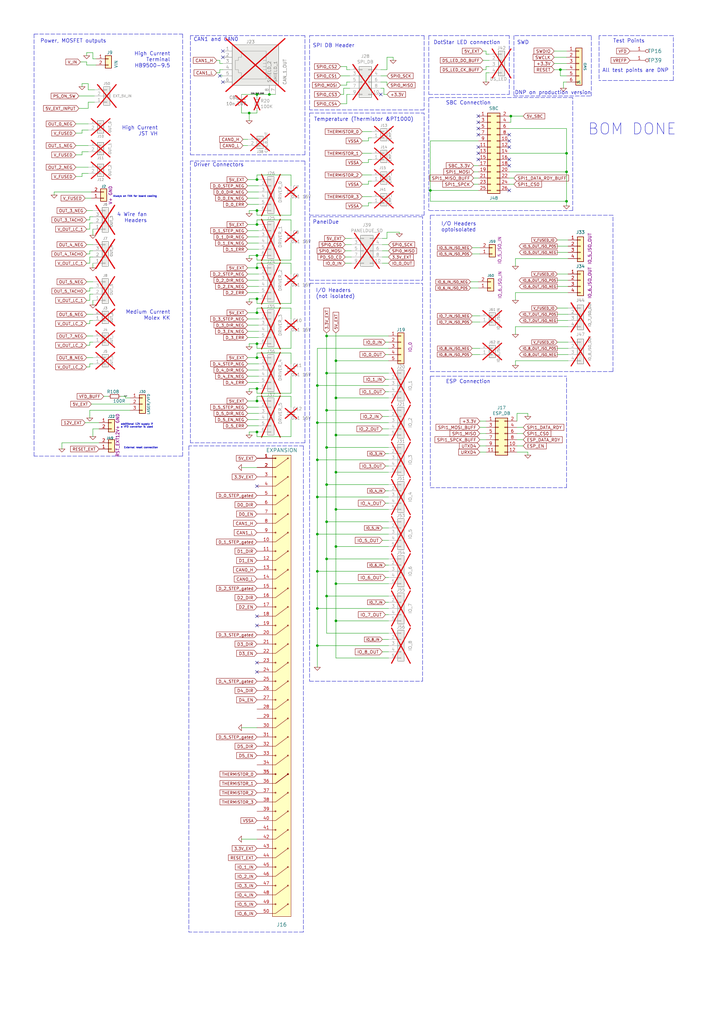
<source format=kicad_sch>
(kicad_sch (version 20231120) (generator "eeschema") (generator_version "8.0")
  (paper "A3" portrait)
  (title_block (title "Duet 3 Main Board 6XD") (date "2023-02-22") (rev "1.01") (company "Duet3d") (comment 1 "(c) Duet3D"))
  (junction (at 137.795 254.635))
  (junction (at 130.175 158.115))
  (junction (at 209.55 47.625))
  (junction (at 105.41 128.27))
  (junction (at 130.175 234.315))
  (junction (at 133.985 153.035))
  (junction (at 232.41 70.485))
  (junction (at 105.41 104.775))
  (junction (at 137.795 163.195))
  (junction (at 105.41 164.465))
  (junction (at 102.235 46.355))
  (junction (at 130.175 188.595))
  (junction (at 105.41 73.66))
  (junction (at 105.41 92.075))
  (junction (at 133.985 183.515))
  (junction (at 130.175 203.835))
  (junction (at 130.175 264.795))
  (junction (at 137.795 208.915))
  (junction (at 229.87 28.575))
  (junction (at 137.795 178.435))
  (junction (at 110.49 38.735))
  (junction (at 105.41 146.685))
  (junction (at 133.985 198.755))
  (junction (at 105.41 177.165))
  (junction (at 130.175 173.355))
  (junction (at 105.41 38.735))
  (junction (at 130.175 249.555))
  (junction (at 105.41 140.97))
  (junction (at 232.41 82.55))
  (junction (at 232.41 62.865))
  (junction (at 105.41 159.385))
  (junction (at 176.53 78.105))
  (junction (at 105.41 86.36))
  (junction (at 133.985 229.235))
  (junction (at 137.795 193.675))
  (junction (at 105.41 122.555))
  (junction (at 133.985 213.995))
  (junction (at 130.175 219.075))
  (junction (at 137.795 224.155))
  (junction (at 133.985 244.475))
  (junction (at 105.41 109.855))
  (junction (at 137.795 147.955))
  (junction (at 133.985 137.795))
  (junction (at 133.985 168.275))
  (junction (at 137.795 239.395))
  (no_connect (at 196.215 65.405))
  (no_connect (at 105.41 252.73))
  (no_connect (at 196.215 60.325))
  (no_connect (at 105.41 199.39))
  (no_connect (at 105.41 271.78))
  (no_connect (at 156.21 38.735))
  (no_connect (at 105.41 275.59))
  (no_connect (at 196.215 47.625))
  (no_connect (at 208.915 67.945))
  (no_connect (at 90.17 31.115))
  (no_connect (at 91.44 33.655))
  (no_connect (at 196.215 62.865))
  (no_connect (at 196.215 52.705))
  (no_connect (at 196.215 55.245))
  (no_connect (at 196.215 50.165))
  (no_connect (at 91.44 23.495))
  (no_connect (at 208.915 60.325))
  (no_connect (at 208.915 78.105))
  (no_connect (at 208.915 55.245))
  (no_connect (at 91.44 20.955))
  (no_connect (at 208.915 57.785))
  (no_connect (at 208.915 65.405))
  (no_connect (at 105.41 256.54))
  (wire (pts (xy 36.195 41.91) (xy 38.735 41.91)))
  (wire (pts (xy 110.49 38.735) (xy 113.03 38.735)))
  (wire (pts (xy 143.51 31.115) (xy 139.7 31.115)))
  (wire (pts (xy 36.195 34.29) (xy 36.195 36.83)))
  (wire (pts (xy 151.13 74.295) (xy 152.4 74.295)))
  (wire (pts (xy 90.17 26.035) (xy 91.44 26.035)))
  (wire (pts (xy 133.985 153.035) (xy 133.985 168.275)))
  (wire (pts (xy 193.675 145.415) (xy 196.85 145.415)))
  (wire (pts (xy 119.38 117.475) (xy 119.38 124.46)))
  (wire (pts (xy 119.38 124.46) (xy 105.41 124.46)))
  (wire (pts (xy 36.83 90.17) (xy 35.56 90.17)))
  (wire (pts (xy 119.38 106.68) (xy 105.41 106.68)))
  (wire (pts (xy 137.795 178.435) (xy 159.385 178.435)))
  (wire (pts (xy 53.34 165.735) (xy 37.465 165.735)))
  (polyline (pts (xy 74.93 13.97) (xy 74.93 187.071)) (stroke (width 0) (type dash)))
  (wire (pts (xy 142.24 28.575) (xy 143.51 28.575)))
  (wire (pts (xy 102.235 177.165) (xy 105.41 177.165)))
  (wire (pts (xy 196.85 180.34) (xy 199.39 180.34)))
  (wire (pts (xy 228.6 114.935) (xy 233.045 114.935)))
  (wire (pts (xy 38.1 102.87) (xy 36.83 102.87)))
  (wire (pts (xy 216.535 185.42) (xy 212.09 185.42)))
  (polyline (pts (xy 251.46 152.4) (xy 251.46 88.265)) (stroke (width 0) (type dash)))
  (wire (pts (xy 133.985 229.235) (xy 133.985 213.995)))
  (wire (pts (xy 228.6 117.475) (xy 233.045 117.475)))
  (wire (pts (xy 101.6 73.66) (xy 105.41 73.66)))
  (wire (pts (xy 130.175 142.875) (xy 159.385 142.875)))
  (wire (pts (xy 143.51 33.655) (xy 142.24 33.655)))
  (wire (pts (xy 214.63 47.625) (xy 209.55 47.625)))
  (wire (pts (xy 194.31 67.945) (xy 196.215 67.945)))
  (wire (pts (xy 36.83 120.65) (xy 38.1 120.65)))
  (wire (pts (xy 158.75 95.25) (xy 158.75 97.79)))
  (polyline (pts (xy 125.095 63.5) (xy 125.095 14.605)) (stroke (width 0) (type dash)))
  (polyline (pts (xy 176.53 154.305) (xy 232.41 154.305)) (stroke (width 0) (type dash)))
  (wire (pts (xy 193.675 101.6) (xy 196.85 101.6)))
  (wire (pts (xy 156.845 221.615) (xy 159.385 221.615)))
  (wire (pts (xy 156.845 262.255) (xy 159.385 262.255)))
  (wire (pts (xy 137.795 163.195) (xy 137.795 178.435)))
  (wire (pts (xy 133.985 168.275) (xy 159.385 168.275)))
  (wire (pts (xy 194.31 73.025) (xy 196.215 73.025)))
  (wire (pts (xy 196.85 177.8) (xy 199.39 177.8)))
  (wire (pts (xy 106.045 135.89) (xy 101.6 135.89)))
  (wire (pts (xy 148.59 57.785) (xy 151.13 57.785)))
  (wire (pts (xy 33.655 71.12) (xy 33.655 72.39)))
  (wire (pts (xy 233.045 106.045) (xy 211.455 106.045)))
  (polyline (pts (xy 74.93 187.071) (xy 13.97 187.071)) (stroke (width 0) (type dash)))
  (wire (pts (xy 233.045 140.335) (xy 228.6 140.335)))
  (polyline (pts (xy 127 46.355) (xy 127 88.265)) (stroke (width 0) (type dash)))
  (polyline (pts (xy 77.47 182.88) (xy 77.47 382.27)) (stroke (width 0) (type dash)))
  (wire (pts (xy 157.48 38.735) (xy 157.48 36.195)))
  (polyline (pts (xy 127 114.935) (xy 173.355 114.935)) (stroke (width 0) (type dash)))
  (polyline (pts (xy 78.105 63.5) (xy 125.095 63.5)) (stroke (width 0) (type dash)))
  (wire (pts (xy 36.83 119.38) (xy 35.56 119.38)))
  (wire (pts (xy 137.795 254.635) (xy 137.795 269.875)))
  (wire (pts (xy 38.1 131.445) (xy 36.83 131.445)))
  (wire (pts (xy 137.795 208.915) (xy 137.795 224.155)))
  (wire (pts (xy 33.655 63.5) (xy 31.115 63.5)))
  (wire (pts (xy 101.6 92.075) (xy 105.41 92.075)))
  (wire (pts (xy 119.38 144.78) (xy 105.41 144.78)))
  (wire (pts (xy 130.175 158.115) (xy 130.175 173.355)))
  (wire (pts (xy 148.59 75.565) (xy 151.13 75.565)))
  (wire (pts (xy 53.34 168.275) (xy 36.83 168.275)))
  (wire (pts (xy 148.59 84.455) (xy 151.13 84.455)))
  (wire (pts (xy 159.385 231.775) (xy 158.115 231.775)))
  (wire (pts (xy 102.235 87.63) (xy 102.235 86.36)))
  (polyline (pts (xy 173.99 88.265) (xy 173.99 46.355)) (stroke (width 0) (type dash)))
  (wire (pts (xy 130.175 219.075) (xy 130.175 234.315)))
  (wire (pts (xy 148.59 71.755) (xy 152.4 71.755)))
  (wire (pts (xy 36.83 123.19) (xy 36.83 120.65)))
  (wire (pts (xy 105.41 73.66) (xy 106.045 73.66)))
  (wire (pts (xy 38.1 115.57) (xy 35.56 115.57)))
  (wire (pts (xy 133.985 136.525) (xy 133.985 137.795)))
  (wire (pts (xy 106.045 156.845) (xy 101.6 156.845)))
  (wire (pts (xy 51.435 163.195) (xy 51.435 162.56)))
  (polyline (pts (xy 127 88.265) (xy 173.99 88.265)) (stroke (width 0) (type dash)))
  (wire (pts (xy 176.53 78.105) (xy 196.215 78.105)))
  (wire (pts (xy 105.41 142.875) (xy 105.41 140.97)))
  (wire (pts (xy 227.33 23.495) (xy 232.41 23.495)))
  (wire (pts (xy 36.83 104.14) (xy 35.56 104.14)))
  (wire (pts (xy 36.195 71.12) (xy 33.655 71.12)))
  (wire (pts (xy 105.41 88.265) (xy 105.41 86.36)))
  (wire (pts (xy 228.6 131.445) (xy 233.045 131.445)))
  (wire (pts (xy 141.605 102.87) (xy 144.145 102.87)))
  (wire (pts (xy 137.795 193.675) (xy 137.795 208.915)))
  (wire (pts (xy 36.83 88.9) (xy 36.83 90.17)))
  (wire (pts (xy 208.915 70.485) (xy 232.41 70.485)))
  (wire (pts (xy 133.985 183.515) (xy 159.385 183.515)))
  (wire (pts (xy 105.41 140.97) (xy 106.045 140.97)))
  (wire (pts (xy 105.41 124.46) (xy 105.41 122.555)))
  (wire (pts (xy 227.33 28.575) (xy 229.87 28.575)))
  (wire (pts (xy 36.83 149.225) (xy 38.1 149.225)))
  (wire (pts (xy 38.1 93.98) (xy 38.1 96.52)))
  (wire (pts (xy 193.04 115.57) (xy 196.215 115.57)))
  (wire (pts (xy 105.41 45.085) (xy 105.41 46.355)))
  (wire (pts (xy 119.38 130.81) (xy 119.38 126.365)))
  (wire (pts (xy 196.85 185.42) (xy 199.39 185.42)))
  (wire (pts (xy 36.83 102.87) (xy 36.83 104.14)))
  (wire (pts (xy 212.09 182.88) (xy 214.63 182.88)))
  (wire (pts (xy 231.14 33.655) (xy 232.41 33.655)))
  (wire (pts (xy 130.175 219.075) (xy 159.385 219.075)))
  (wire (pts (xy 36.195 62.23) (xy 33.655 62.23)))
  (polyline (pts (xy 127 116.205) (xy 173.355 116.205)) (stroke (width 0) (type dash)))
  (wire (pts (xy 119.38 71.755) (xy 105.41 71.755)))
  (polyline (pts (xy 125.095 181.61) (xy 78.105 181.61)) (stroke (width 0) (type dash)))
  (wire (pts (xy 38.1 24.13) (xy 39.37 24.13)))
  (wire (pts (xy 106.045 78.74) (xy 101.6 78.74)))
  (wire (pts (xy 142.24 28.575) (xy 142.24 27.305)))
  (wire (pts (xy 32.385 44.45) (xy 36.195 44.45)))
  (wire (pts (xy 130.175 188.595) (xy 159.385 188.595)))
  (wire (pts (xy 106.045 81.28) (xy 101.6 81.28)))
  (polyline (pts (xy 175.895 14.605) (xy 175.895 38.735)) (stroke (width 0) (type dash)))
  (wire (pts (xy 119.38 88.265) (xy 105.41 88.265)))
  (wire (pts (xy 90.17 29.845) (xy 90.17 28.575)))
  (wire (pts (xy 119.38 112.395) (xy 119.38 107.95)))
  (wire (pts (xy 51.435 162.56) (xy 49.53 162.56)))
  (wire (pts (xy 106.045 120.015) (xy 101.6 120.015)))
  (wire (pts (xy 233.045 147.955) (xy 211.455 147.955)))
  (wire (pts (xy 159.385 145.415) (xy 158.115 145.415)))
  (wire (pts (xy 211.455 149.86) (xy 211.455 147.955)))
  (wire (pts (xy 106.045 102.235) (xy 101.6 102.235)))
  (wire (pts (xy 159.385 198.755) (xy 133.985 198.755)))
  (wire (pts (xy 199.39 22.225) (xy 200.66 22.225)))
  (wire (pts (xy 38.1 146.685) (xy 35.56 146.685)))
  (wire (pts (xy 156.845 100.33) (xy 159.385 100.33)))
  (wire (pts (xy 163.83 95.885) (xy 163.83 95.25)))
  (wire (pts (xy 159.385 244.475) (xy 133.985 244.475)))
  (wire (pts (xy 156.845 175.895) (xy 159.385 175.895)))
  (wire (pts (xy 233.045 98.425) (xy 228.6 98.425)))
  (wire (pts (xy 36.83 140.335) (xy 36.83 141.605)))
  (wire (pts (xy 232.41 62.865) (xy 232.41 52.705)))
  (polyline (pts (xy 127 14.605) (xy 173.99 14.605)) (stroke (width 0) (type dash)))
  (polyline (pts (xy 173.355 88.9) (xy 127 88.9)) (stroke (width 0) (type dash)))
  (wire (pts (xy 199.39 33.655) (xy 199.39 29.845)))
  (wire (pts (xy 130.175 264.795) (xy 159.385 264.795)))
  (polyline (pts (xy 127 116.205) (xy 127 279.4)) (stroke (width 0) (type dash)))
  (polyline (pts (xy 78.105 14.605) (xy 78.105 63.5)) (stroke (width 0) (type dash)))
  (wire (pts (xy 137.795 136.525) (xy 137.795 147.955)))
  (wire (pts (xy 148.59 53.975) (xy 152.4 53.975)))
  (wire (pts (xy 212.09 175.26) (xy 214.63 175.26)))
  (wire (pts (xy 198.12 28.575) (xy 199.39 28.575)))
  (wire (pts (xy 102.235 86.36) (xy 105.41 86.36)))
  (wire (pts (xy 119.38 154.305) (xy 119.38 161.29)))
  (polyline (pts (xy 210.82 14.605) (xy 210.82 39.37)) (stroke (width 0) (type dash)))
  (wire (pts (xy 105.41 107.95) (xy 105.41 109.855)))
  (wire (pts (xy 101.6 59.69) (xy 99.695 59.69)))
  (wire (pts (xy 209.55 47.625) (xy 208.915 47.625)))
  (wire (pts (xy 36.83 91.44) (xy 36.83 93.98)))
  (wire (pts (xy 40.64 181.61) (xy 25.4 181.61)))
  (wire (pts (xy 130.175 264.795) (xy 130.175 273.685)))
  (polyline (pts (xy 127 88.9) (xy 127 114.935)) (stroke (width 0) (type dash)))
  (wire (pts (xy 227.33 20.955) (xy 232.41 20.955)))
  (wire (pts (xy 90.17 28.575) (xy 91.44 28.575)))
  (wire (pts (xy 53.34 163.195) (xy 51.435 163.195)))
  (wire (pts (xy 105.41 122.555) (xy 106.045 122.555)))
  (wire (pts (xy 137.795 224.155) (xy 137.795 239.395)))
  (wire (pts (xy 176.53 82.55) (xy 176.53 78.105)))
  (wire (pts (xy 156.845 107.95) (xy 159.385 107.95)))
  (wire (pts (xy 199.39 27.305) (xy 200.66 27.305)))
  (wire (pts (xy 232.41 52.705) (xy 208.915 52.705)))
  (wire (pts (xy 193.675 142.875) (xy 196.85 142.875)))
  (wire (pts (xy 31.115 68.58) (xy 36.195 68.58)))
  (wire (pts (xy 101.6 167.005) (xy 106.045 167.005)))
  (wire (pts (xy 137.795 147.955) (xy 159.385 147.955)))
  (wire (pts (xy 38.1 175.895) (xy 38.1 179.07)))
  (wire (pts (xy 102.235 104.775) (xy 105.41 104.775)))
  (wire (pts (xy 232.41 70.485) (xy 232.41 82.55)))
  (wire (pts (xy 228.6 103.505) (xy 233.045 103.505)))
  (wire (pts (xy 105.41 177.165) (xy 106.045 177.165)))
  (wire (pts (xy 140.97 36.195) (xy 140.97 38.735)))
  (wire (pts (xy 90.17 31.115) (xy 91.44 31.115)))
  (polyline (pts (xy 232.41 200.025) (xy 232.41 154.305)) (stroke (width 0) (type dash)))
  (polyline (pts (xy 175.895 40.005) (xy 175.895 86.36)) (stroke (width 0) (type dash)))
  (wire (pts (xy 102.235 122.555) (xy 105.41 122.555)))
  (wire (pts (xy 106.045 174.625) (xy 101.6 174.625)))
  (wire (pts (xy 199.39 29.845) (xy 200.66 29.845)))
  (polyline (pts (xy 125.095 66.04) (xy 78.105 66.04)) (stroke (width 0) (type dash)))
  (wire (pts (xy 38.1 109.855) (xy 38.1 107.95)))
  (wire (pts (xy 25.4 184.15) (xy 25.4 181.61)))
  (wire (pts (xy 157.48 36.195) (xy 156.21 36.195)))
  (wire (pts (xy 119.38 126.365) (xy 105.41 126.365)))
  (wire (pts (xy 212.09 180.34) (xy 214.63 180.34)))
  (wire (pts (xy 208.915 62.865) (xy 232.41 62.865)))
  (polyline (pts (xy 208.915 14.605) (xy 175.895 14.605)) (stroke (width 0) (type dash)))
  (wire (pts (xy 105.41 128.27) (xy 106.045 128.27)))
  (wire (pts (xy 36.195 34.29) (xy 33.655 34.29)))
  (wire (pts (xy 199.39 28.575) (xy 199.39 27.305)))
  (wire (pts (xy 212.09 169.545) (xy 212.09 172.72)))
  (wire (pts (xy 142.24 42.545) (xy 142.24 38.735)))
  (wire (pts (xy 99.06 298.45) (xy 105.41 298.45)))
  (wire (pts (xy 142.24 34.925) (xy 139.7 34.925)))
  (wire (pts (xy 36.83 107.95) (xy 36.83 105.41)))
  (wire (pts (xy 35.56 107.95) (xy 36.83 107.95)))
  (wire (pts (xy 156.845 105.41) (xy 159.385 105.41)))
  (wire (pts (xy 101.6 130.81) (xy 106.045 130.81)))
  (wire (pts (xy 159.385 191.135) (xy 158.115 191.135)))
  (wire (pts (xy 159.385 155.575) (xy 158.115 155.575)))
  (wire (pts (xy 228.6 100.965) (xy 233.045 100.965)))
  (wire (pts (xy 159.385 236.855) (xy 158.115 236.855)))
  (wire (pts (xy 102.235 160.655) (xy 102.235 159.385)))
  (wire (pts (xy 99.695 57.15) (xy 101.6 57.15)))
  (wire (pts (xy 101.6 146.685) (xy 105.41 146.685)))
  (polyline (pts (xy 173.99 45.085) (xy 127 45.085)) (stroke (width 0) (type dash)))
  (wire (pts (xy 99.06 38.735) (xy 105.41 38.735)))
  (wire (pts (xy 139.7 42.545) (xy 142.24 42.545)))
  (wire (pts (xy 106.045 154.305) (xy 101.6 154.305)))
  (wire (pts (xy 227.33 26.035) (xy 232.41 26.035)))
  (wire (pts (xy 101.6 109.855) (xy 105.41 109.855)))
  (polyline (pts (xy 245.745 14.605) (xy 245.745 33.02)) (stroke (width 0) (type dash)))
  (wire (pts (xy 232.41 70.485) (xy 232.41 62.865)))
  (wire (pts (xy 156.845 267.335) (xy 159.385 267.335)))
  (wire (pts (xy 151.13 84.455) (xy 151.13 83.185)))
  (polyline (pts (xy 127 279.4) (xy 173.355 279.4)) (stroke (width 0) (type dash)))
  (wire (pts (xy 119.38 94.615) (xy 119.38 90.17)))
  (wire (pts (xy 196.215 57.785) (xy 176.53 57.785)))
  (wire (pts (xy 106.045 117.475) (xy 101.6 117.475)))
  (wire (pts (xy 158.115 160.655) (xy 159.385 160.655)))
  (wire (pts (xy 159.385 203.835) (xy 130.175 203.835)))
  (wire (pts (xy 159.385 158.115) (xy 130.175 158.115)))
  (polyline (pts (xy 210.82 39.37) (xy 242.57 39.37)) (stroke (width 0) (type dash)))
  (wire (pts (xy 233.045 112.395) (xy 228.6 112.395)))
  (wire (pts (xy 141.605 105.41) (xy 144.145 105.41)))
  (wire (pts (xy 36.83 168.275) (xy 36.83 171.45)))
  (wire (pts (xy 99.06 344.17) (xy 105.41 344.17)))
  (polyline (pts (xy 276.225 33.02) (xy 276.225 14.605)) (stroke (width 0) (type dash)))
  (wire (pts (xy 151.13 56.515) (xy 152.4 56.515)))
  (wire (pts (xy 36.83 118.11) (xy 36.83 119.38)))
  (wire (pts (xy 137.795 239.395) (xy 137.795 254.635)))
  (wire (pts (xy 90.17 24.765) (xy 90.17 26.035)))
  (polyline (pts (xy 173.99 14.605) (xy 173.99 45.085)) (stroke (width 0) (type dash)))
  (wire (pts (xy 44.45 162.56) (xy 42.545 162.56)))
  (polyline (pts (xy 124.46 182.88) (xy 77.47 182.88)) (stroke (width 0) (type dash)))
  (wire (pts (xy 101.6 94.615) (xy 106.045 94.615)))
  (wire (pts (xy 36.83 105.41) (xy 38.1 105.41)))
  (polyline (pts (xy 13.97 187.071) (xy 13.97 13.97)) (stroke (width 0) (type dash)))
  (wire (pts (xy 232.41 82.55) (xy 176.53 82.55)))
  (wire (pts (xy 142.24 33.655) (xy 142.24 34.925)))
  (wire (pts (xy 130.175 188.595) (xy 130.175 203.835)))
  (wire (pts (xy 101.6 128.27) (xy 105.41 128.27)))
  (wire (pts (xy 151.13 75.565) (xy 151.13 74.295)))
  (wire (pts (xy 33.655 72.39) (xy 31.115 72.39)))
  (wire (pts (xy 158.75 33.655) (xy 156.21 33.655)))
  (wire (pts (xy 143.51 36.195) (xy 140.97 36.195)))
  (polyline (pts (xy 276.225 14.605) (xy 245.745 14.605)) (stroke (width 0) (type dash)))
  (wire (pts (xy 137.795 147.955) (xy 137.795 163.195)))
  (wire (pts (xy 133.985 183.515) (xy 133.985 168.275)))
  (wire (pts (xy 105.41 38.735) (xy 110.49 38.735)))
  (wire (pts (xy 38.1 91.44) (xy 36.83 91.44)))
  (polyline (pts (xy 234.95 40.005) (xy 175.895 40.005)) (stroke (width 0) (type dash)))
  (wire (pts (xy 198.12 24.765) (xy 200.66 24.765)))
  (wire (pts (xy 101.6 149.225) (xy 106.045 149.225)))
  (wire (pts (xy 102.235 159.385) (xy 105.41 159.385)))
  (wire (pts (xy 105.41 179.07) (xy 105.41 177.165)))
  (wire (pts (xy 106.045 83.82) (xy 101.6 83.82)))
  (wire (pts (xy 158.75 38.735) (xy 157.48 38.735)))
  (wire (pts (xy 231.14 36.195) (xy 231.14 33.655)))
  (polyline (pts (xy 242.57 14.605) (xy 210.82 14.605)) (stroke (width 0) (type dash)))
  (wire (pts (xy 99.06 43.815) (xy 99.06 46.355)))
  (wire (pts (xy 119.38 81.28) (xy 119.38 88.265)))
  (wire (pts (xy 31.115 50.8) (xy 36.195 50.8)))
  (wire (pts (xy 119.38 149.225) (xy 119.38 144.78)))
  (wire (pts (xy 194.31 70.485) (xy 196.215 70.485)))
  (wire (pts (xy 193.675 129.54) (xy 196.85 129.54)))
  (wire (pts (xy 119.38 107.95) (xy 105.41 107.95)))
  (wire (pts (xy 40.64 175.895) (xy 38.1 175.895)))
  (wire (pts (xy 193.675 104.14) (xy 196.85 104.14)))
  (polyline (pts (xy 176.53 200.025) (xy 232.41 200.025)) (stroke (width 0) (type dash)))
  (wire (pts (xy 106.045 172.085) (xy 101.6 172.085)))
  (wire (pts (xy 33.655 62.23) (xy 33.655 63.5)))
  (wire (pts (xy 33.655 53.34) (xy 33.655 54.61)))
  (wire (pts (xy 156.845 216.535) (xy 159.385 216.535)))
  (wire (pts (xy 105.41 146.685) (xy 106.045 146.685)))
  (polyline (pts (xy 176.53 88.265) (xy 176.53 152.4)) (stroke (width 0) (type dash)))
  (wire (pts (xy 106.045 114.935) (xy 101.6 114.935)))
  (wire (pts (xy 211.455 123.19) (xy 211.455 120.015)))
  (wire (pts (xy 137.795 224.155) (xy 159.385 224.155)))
  (wire (pts (xy 216.535 170.815) (xy 216.535 169.545)))
  (polyline (pts (xy 234.95 86.36) (xy 175.895 86.36)) (stroke (width 0) (type dash)))
  (wire (pts (xy 101.6 76.2) (xy 106.045 76.2)))
  (polyline (pts (xy 78.105 66.04) (xy 78.105 181.61)) (stroke (width 0) (type dash)))
  (wire (pts (xy 159.385 186.055) (xy 158.115 186.055)))
  (wire (pts (xy 159.385 247.015) (xy 158.115 247.015)))
  (wire (pts (xy 102.235 178.435) (xy 102.235 177.165)))
  (wire (pts (xy 141.605 97.79) (xy 144.145 97.79)))
  (polyline (pts (xy 125.095 14.605) (xy 78.105 14.605)) (stroke (width 0) (type dash)))
  (wire (pts (xy 119.38 161.29) (xy 105.41 161.29)))
  (wire (pts (xy 151.13 66.675) (xy 151.13 65.405)))
  (wire (pts (xy 119.38 135.89) (xy 119.38 142.875)))
  (wire (pts (xy 105.41 71.755) (xy 105.41 73.66)))
  (wire (pts (xy 159.385 163.195) (xy 137.795 163.195)))
  (wire (pts (xy 211.455 137.16) (xy 211.455 133.985)))
  (wire (pts (xy 130.175 203.835) (xy 130.175 219.075)))
  (wire (pts (xy 158.115 252.095) (xy 159.385 252.095)))
  (wire (pts (xy 163.83 95.25) (xy 158.75 95.25)))
  (wire (pts (xy 99.06 191.77) (xy 105.41 191.77)))
  (wire (pts (xy 159.385 254.635) (xy 137.795 254.635)))
  (wire (pts (xy 102.235 140.97) (xy 105.41 140.97)))
  (wire (pts (xy 159.385 140.335) (xy 158.115 140.335)))
  (wire (pts (xy 35.56 86.36) (xy 38.1 86.36)))
  (wire (pts (xy 148.59 62.865) (xy 152.4 62.865)))
  (wire (pts (xy 105.41 162.56) (xy 105.41 164.465)))
  (wire (pts (xy 35.56 21.59) (xy 38.1 21.59)))
  (wire (pts (xy 151.13 57.785) (xy 151.13 56.515)))
  (wire (pts (xy 208.915 73.025) (xy 210.82 73.025)))
  (wire (pts (xy 38.1 88.9) (xy 36.83 88.9)))
  (wire (pts (xy 33.655 35.56) (xy 33.655 34.29)))
  (wire (pts (xy 156.845 170.815) (xy 159.385 170.815)))
  (wire (pts (xy 140.97 38.735) (xy 139.7 38.735)))
  (polyline (pts (xy 125.095 66.04) (xy 125.095 181.61)) (stroke (width 0) (type dash)))
  (wire (pts (xy 133.985 244.475) (xy 133.985 229.235)))
  (wire (pts (xy 229.87 28.575) (xy 229.87 31.115)))
  (wire (pts (xy 216.535 186.69) (xy 216.535 185.42)))
  (polyline (pts (xy 208.915 38.735) (xy 208.915 14.605)) (stroke (width 0) (type dash)))
  (wire (pts (xy 148.59 66.675) (xy 151.13 66.675)))
  (polyline (pts (xy 234.95 86.36) (xy 234.95 40.005)) (stroke (width 0) (type dash)))
  (wire (pts (xy 105.41 90.17) (xy 105.41 92.075)))
  (wire (pts (xy 106.045 99.695) (xy 101.6 99.695)))
  (wire (pts (xy 141.605 107.95) (xy 144.145 107.95)))
  (wire (pts (xy 233.045 120.015) (xy 211.455 120.015)))
  (wire (pts (xy 106.045 138.43) (xy 101.6 138.43)))
  (wire (pts (xy 137.795 269.875) (xy 159.385 269.875)))
  (wire (pts (xy 105.41 144.78) (xy 105.41 146.685)))
  (wire (pts (xy 133.985 137.795) (xy 133.985 153.035)))
  (wire (pts (xy 35.56 26.67) (xy 35.56 25.4)))
  (wire (pts (xy 34.925 173.355) (xy 40.64 173.355)))
  (wire (pts (xy 209.55 47.625) (xy 209.55 50.165)))
  (wire (pts (xy 101.6 112.395) (xy 106.045 112.395)))
  (polyline (pts (xy 175.895 38.735) (xy 208.915 38.735)) (stroke (width 0) (type dash)))
  (wire (pts (xy 32.385 39.37) (xy 38.735 39.37)))
  (wire (pts (xy 38.1 137.795) (xy 35.56 137.795)))
  (polyline (pts (xy 124.46 182.88) (xy 124.46 382.27)) (stroke (width 0) (type dash)))
  (wire (pts (xy 36.195 36.83) (xy 38.735 36.83)))
  (wire (pts (xy 196.85 182.88) (xy 199.39 182.88)))
  (wire (pts (xy 232.41 84.455) (xy 232.41 82.55)))
  (wire (pts (xy 159.385 201.295) (xy 158.115 201.295)))
  (wire (pts (xy 38.1 21.59) (xy 38.1 24.13)))
  (wire (pts (xy 105.41 126.365) (xy 105.41 128.27)))
  (wire (pts (xy 194.31 75.565) (xy 196.215 75.565)))
  (wire (pts (xy 130.175 249.555) (xy 130.175 264.795)))
  (wire (pts (xy 159.385 249.555) (xy 130.175 249.555)))
  (wire (pts (xy 133.985 137.795) (xy 159.385 137.795)))
  (wire (pts (xy 142.24 27.305) (xy 139.7 27.305)))
  (wire (pts (xy 210.82 75.565) (xy 208.915 75.565)))
  (wire (pts (xy 158.75 31.115) (xy 156.21 31.115)))
  (wire (pts (xy 105.41 92.075) (xy 106.045 92.075)))
  (wire (pts (xy 38.1 125.095) (xy 38.1 123.19)))
  (polyline (pts (xy 176.53 154.305) (xy 176.53 200.025)) (stroke (width 0) (type dash)))
  (polyline (pts (xy 276.225 33.02) (xy 245.745 33.02)) (stroke (width 0) (type dash)))
  (wire (pts (xy 38.1 118.11) (xy 36.83 118.11)))
  (wire (pts (xy 105.41 109.855) (xy 106.045 109.855)))
  (wire (pts (xy 130.175 173.355) (xy 159.385 173.355)))
  (wire (pts (xy 35.56 22.86) (xy 35.56 21.59)))
  (wire (pts (xy 133.985 198.755) (xy 133.985 183.515)))
  (wire (pts (xy 119.38 179.07) (xy 105.41 179.07)))
  (wire (pts (xy 102.235 49.53) (xy 102.235 46.355)))
  (polyline (pts (xy 127 46.355) (xy 173.99 46.355)) (stroke (width 0) (type dash)))
  (wire (pts (xy 36.83 93.98) (xy 35.56 93.98)))
  (wire (pts (xy 102.235 46.355) (xy 105.41 46.355)))
  (wire (pts (xy 106.045 133.35) (xy 101.6 133.35)))
  (wire (pts (xy 37.465 81.28) (xy 34.925 81.28)))
  (wire (pts (xy 102.235 106.045) (xy 102.235 104.775)))
  (wire (pts (xy 105.41 106.68) (xy 105.41 104.775)))
  (polyline (pts (xy 251.46 88.265) (xy 176.53 88.265)) (stroke (width 0) (type dash)))
  (wire (pts (xy 211.455 109.22) (xy 211.455 106.045)))
  (wire (pts (xy 130.175 234.315) (xy 130.175 249.555)))
  (wire (pts (xy 141.605 100.33) (xy 144.145 100.33)))
  (wire (pts (xy 159.385 153.035) (xy 133.985 153.035)))
  (wire (pts (xy 105.41 161.29) (xy 105.41 159.385)))
  (wire (pts (xy 229.87 31.115) (xy 232.41 31.115)))
  (wire (pts (xy 199.39 20.955) (xy 199.39 22.225)))
  (wire (pts (xy 101.6 164.465) (xy 105.41 164.465)))
  (polyline (pts (xy 173.355 279.4) (xy 173.355 116.205)) (stroke (width 0) (type dash)))
  (wire (pts (xy 130.175 234.315) (xy 159.385 234.315)))
  (wire (pts (xy 176.53 57.785) (xy 176.53 78.105)))
  (wire (pts (xy 22.225 78.74) (xy 22.225 80.01)))
  (wire (pts (xy 161.29 24.765) (xy 161.29 23.495)))
  (wire (pts (xy 142.24 38.735) (xy 143.51 38.735)))
  (wire (pts (xy 133.985 213.995) (xy 133.985 198.755)))
  (wire (pts (xy 158.75 23.495) (xy 158.75 28.575)))
  (wire (pts (xy 38.1 100.33) (xy 35.56 100.33)))
  (wire (pts (xy 212.09 177.8) (xy 214.63 177.8)))
  (wire (pts (xy 137.795 178.435) (xy 137.795 193.675)))
  (polyline (pts (xy 173.355 114.935) (xy 173.355 88.9)) (stroke (width 0) (type dash)))
  (wire (pts (xy 233.045 133.985) (xy 211.455 133.985)))
  (wire (pts (xy 105.41 86.36) (xy 106.045 86.36)))
  (wire (pts (xy 119.38 167.005) (xy 119.38 162.56)))
  (wire (pts (xy 137.795 193.675) (xy 159.385 193.675)))
  (wire (pts (xy 36.83 132.715) (xy 35.56 132.715)))
  (wire (pts (xy 36.83 149.225) (xy 36.83 150.495)))
  (wire (pts (xy 119.38 172.085) (xy 119.38 179.07)))
  (wire (pts (xy 133.985 259.715) (xy 133.985 244.475)))
  (wire (pts (xy 229.87 28.575) (xy 232.41 28.575)))
  (wire (pts (xy 36.195 44.45) (xy 36.195 41.91)))
  (wire (pts (xy 36.83 141.605) (xy 35.56 141.605)))
  (wire (pts (xy 37.465 78.74) (xy 22.225 78.74)))
  (wire (pts (xy 228.6 142.875) (xy 233.045 142.875)))
  (wire (pts (xy 106.045 169.545) (xy 101.6 169.545)))
  (wire (pts (xy 158.115 206.375) (xy 159.385 206.375)))
  (wire (pts (xy 119.38 99.695) (xy 119.38 106.68)))
  (wire (pts (xy 216.535 169.545) (xy 212.09 169.545)))
  (wire (pts (xy 151.13 83.185) (xy 152.4 83.185)))
  (polyline (pts (xy 13.97 13.97) (xy 74.93 13.97)) (stroke (width 0) (type dash)))
  (wire (pts (xy 106.045 97.155) (xy 101.6 97.155)))
  (wire (pts (xy 102.235 123.825) (xy 102.235 122.555)))
  (polyline (pts (xy 124.46 382.27) (xy 77.47 382.27)) (stroke (width 0) (type dash)))
  (wire (pts (xy 151.13 65.405) (xy 152.4 65.405)))
  (wire (pts (xy 158.75 97.79) (xy 156.845 97.79)))
  (wire (pts (xy 137.795 239.395) (xy 159.385 239.395)))
  (wire (pts (xy 228.6 128.905) (xy 233.045 128.905)))
  (wire (pts (xy 36.83 131.445) (xy 36.83 132.715)))
  (wire (pts (xy 35.56 123.19) (xy 36.83 123.19)))
  (wire (pts (xy 228.6 145.415) (xy 233.045 145.415)))
  (wire (pts (xy 35.56 128.905) (xy 38.1 128.905)))
  (polyline (pts (xy 176.53 152.4) (xy 251.46 152.4)) (stroke (width 0) (type dash)))
  (wire (pts (xy 159.385 208.915) (xy 137.795 208.915)))
  (wire (pts (xy 133.985 213.995) (xy 159.385 213.995)))
  (wire (pts (xy 158.75 34.925) (xy 158.75 33.655)))
  (wire (pts (xy 158.75 28.575) (xy 156.21 28.575)))
  (wire (pts (xy 130.175 142.875) (xy 130.175 158.115)))
  (wire (pts (xy 119.38 76.2) (xy 119.38 71.755)))
  (wire (pts (xy 106.045 151.765) (xy 101.6 151.765)))
  (wire (pts (xy 233.045 126.365) (xy 228.6 126.365)))
  (wire (pts (xy 105.41 164.465) (xy 106.045 164.465)))
  (wire (pts (xy 198.12 20.955) (xy 199.39 20.955)))
  (wire (pts (xy 119.38 162.56) (xy 105.41 162.56)))
  (wire (pts (xy 105.41 159.385) (xy 106.045 159.385)))
  (wire (pts (xy 130.175 173.355) (xy 130.175 188.595)))
  (wire (pts (xy 102.235 142.24) (xy 102.235 140.97)))
  (wire (pts (xy 119.38 142.875) (xy 105.41 142.875)))
  (wire (pts (xy 38.1 140.335) (xy 36.83 140.335)))
  (wire (pts (xy 193.675 132.08) (xy 196.85 132.08)))
  (wire (pts (xy 88.9 24.765) (xy 90.17 24.765)))
  (wire (pts (xy 133.985 259.715) (xy 159.385 259.715)))
  (wire (pts (xy 133.985 229.235) (xy 159.385 229.235)))
  (wire (pts (xy 99.06 46.355) (xy 102.235 46.355)))
  (wire (pts (xy 105.41 104.775) (xy 106.045 104.775)))
  (wire (pts (xy 33.655 54.61) (xy 31.115 54.61)))
  (wire (pts (xy 119.38 90.17) (xy 105.41 90.17)))
  (wire (pts (xy 193.04 118.11) (xy 196.215 118.11)))
  (wire (pts (xy 31.115 59.69) (xy 36.195 59.69)))
  (wire (pts (xy 161.29 23.495) (xy 158.75 23.495)))
  (wire (pts (xy 105.41 40.005) (xy 105.41 38.735)))
  (wire (pts (xy 36.83 150.495) (xy 35.56 150.495)))
  (wire (pts (xy 88.9 29.845) (xy 90.17 29.845)))
  (polyline (pts (xy 127 45.085) (xy 127 14.605)) (stroke (width 0) (type dash)))
  (wire (pts (xy 35.56 26.67) (xy 39.37 26.67)))
  (wire (pts (xy 36.195 53.34) (xy 33.655 53.34)))
  (wire (pts (xy 35.56 25.4) (xy 33.02 25.4)))
  (wire (pts (xy 156.845 102.87) (xy 159.385 102.87)))
  (wire (pts (xy 148.59 80.645) (xy 152.4 80.645)))
  (wire (pts (xy 196.85 172.72) (xy 199.39 172.72)))
  (wire (pts (xy 196.85 175.26) (xy 199.39 175.26)))
  (wire (pts (xy 209.55 50.165) (xy 208.915 50.165)))
  (polyline (pts (xy 242.57 39.37) (xy 242.57 14.605)) (stroke (width 0) (type dash)))
  (text "I/O Headers\n(not isolated)" (at 129.54 122.555 0) (effects (font (size 1.524 1.524)) (justify left bottom)))
  (text "Always on FAN for board cooling" (at 46.355 81.026 0) (effects (font (size 0.7112 0.7112)) (justify left bottom)))
  (text "External reset connection" (at 50.8 184.15 0) (effects (font (size 0.7112 0.7112)) (justify left bottom)))
  (text "I/O Headers\noptoisolated" (at 180.975 95.25 0) (effects (font (size 1.524 1.524)) (justify left bottom)))
  (text "Power, MOSFET outputs" (at 16.51 17.78 0) (effects (font (size 1.524 1.524)) (justify left bottom)))
  (text "High Current\nJST VH" (at 64.77 55.88 0) (effects (font (size 1.524 1.524)) (justify right bottom)))
  (text "additional 12V supply if\na VFD convertor is used" (at 49.53 175.641 0) (effects (font (size 0.7112 0.7112)) (justify left bottom)))
  (text "SWD" (at 212.09 18.415 0) (effects (font (size 1.524 1.524)) (justify left bottom)))
  (text "SBC Connection" (at 182.88 43.18 0) (effects (font (size 1.524 1.524)) (justify left bottom)))
  (text "All test points are DNP" (at 274.32 29.845 0) (effects (font (size 1.524 1.524)) (justify right bottom)))
  (text "DNP on production version" (at 226.822 38.1 0) (effects (font (size 1.524 1.524))))
  (text "ESP Connection" (at 182.88 157.48 0) (effects (font (size 1.524 1.524)) (justify left bottom)))
  (text "High Current\nTerminal\nHB9500-9.5" (at 69.85 27.94 0) (effects (font (size 1.524 1.524)) (justify right bottom)))
  (text "SPI DB Header" (at 128.27 19.685 0) (effects (font (size 1.524 1.524)) (justify left bottom)))
  (text "DotStar LED connection" (at 177.8 18.415 0) (effects (font (size 1.524 1.524)) (justify left bottom)))
  (text "4 Wire fan\nHeaders" (at 60.325 91.44 0) (effects (font (size 1.524 1.524)) (justify right bottom)))
  (text "Temperature (Thermistor &PT1000)" (at 128.778 49.911 0) (effects (font (size 1.524 1.524)) (justify left bottom)))
  (text "CAN1 and CAN0" (at 79.375 17.145 0) (effects (font (size 1.524 1.524)) (justify left bottom)))
  (text "BOM DONE\n" (at 259.334 53.086 0) (effects (font (size 4.572 4.572))))
  (text "PanelDue" (at 128.27 92.075 0) (effects (font (size 1.524 1.524)) (justify left bottom)))
  (text "Medium Current\nMolex KK" (at 69.85 131.445 0) (effects (font (size 1.524 1.524)) (justify right bottom)))
  (text "Test Points" (at 251.46 17.78 0) (effects (font (size 1.524 1.524)) (justify left bottom)))
  (text "Driver Connectors" (at 79.375 68.58 0) (effects (font (size 1.524 1.524)) (justify left bottom)))
  (label "vfd_conn" (at 50.8 162.56 0) (effects (font (size 0.2032 0.2032))))
  (label "CAN_SHD_GND" (at 102.87 38.735 0) (effects (font (size 0.508 0.508))))
  (global_label "IO_7_IN_ISO_NEG" (shape input) (at 193.675 129.54 180) (effects (font (size 0.9906 0.9906))) (property "Intersheetrefs" "${INTERSHEET_REFS}" (effects (hide yes))))
  (global_label "DS_LED_DO_BUFF" (shape input) (at 198.12 24.765 180) (effects (font (size 1.1938 1.1938))) (property "Intersheetrefs" "${INTERSHEET_REFS}" (effects (hide yes))))
  (global_label "+3.3V" (shape input) (at 158.75 38.735 0) (effects (font (size 1.1938 1.1938))) (property "Intersheetrefs" "${INTERSHEET_REFS}" (effects (hide yes))))
  (global_label "IO_0_IN" (shape input) (at 158.115 140.335 180) (effects (font (size 1.1938 1.1938))) (property "Intersheetrefs" "${INTERSHEET_REFS}" (effects (hide yes))))
  (global_label "IO_5_IN_ISO_NEG" (shape input) (at 193.675 101.6 180) (effects (font (size 0.9906 0.9906))) (property "Intersheetrefs" "${INTERSHEET_REFS}" (effects (hide yes))))
  (global_label "D_0_STEP_gated" (shape input) (at 105.41 203.2 180) (effects (font (size 1.1938 1.1938))) (property "Intersheetrefs" "${INTERSHEET_REFS}" (effects (hide yes))))
  (global_label "IO_5_OUT_ISO_NEG" (shape output) (at 228.6 103.505 180) (effects (font (size 0.9906 0.9906))) (property "Intersheetrefs" "${INTERSHEET_REFS}" (effects (hide yes))))
  (global_label "V_FUSED_IO" (shape input) (at 228.6 112.395 180) (effects (font (size 0.9906 0.9906))) (property "Intersheetrefs" "${INTERSHEET_REFS}" (effects (hide yes))))
  (global_label "V_FUSED_IO" (shape input) (at 228.6 140.335 180) (effects (font (size 0.9906 0.9906))) (property "Intersheetrefs" "${INTERSHEET_REFS}" (effects (hide yes))))
  (global_label "OUT_6_NEG" (shape input) (at 35.56 128.905 180) (effects (font (size 1.1938 1.1938))) (property "Intersheetrefs" "${INTERSHEET_REFS}" (effects (hide yes))))
  (global_label "OUT_0_NEG" (shape input) (at 31.115 50.8 180) (effects (font (size 1.1938 1.1938))) (property "Intersheetrefs" "${INTERSHEET_REFS}" (effects (hide yes))))
  (global_label "D5_EN" (shape input) (at 105.41 309.88 180) (property "Intersheetrefs" "${INTERSHEET_REFS}" (effects (hide yes))))
  (global_label "VSSA" (shape input) (at 105.41 336.55 180) (effects (font (size 1.1938 1.1938))) (property "Intersheetrefs" "${INTERSHEET_REFS}" (effects (hide yes))))
  (global_label "ESP_DATA_RDY" (shape input) (at 214.63 180.34 0) (property "Intersheetrefs" "${INTERSHEET_REFS}" (effects (hide yes))))
  (global_label "OUT_4_NEG" (shape input) (at 35.56 100.33 180) (effects (font (size 1.1938 1.1938))) (property "Intersheetrefs" "${INTERSHEET_REFS}" (effects (hide yes))))
  (global_label "URXD4" (shape input) (at 196.85 185.42 180) (property "Intersheetrefs" "${INTERSHEET_REFS}" (effects (hide yes))))
  (global_label "V_OUT_LC_1" (shape input) (at 35.56 107.95 180) (effects (font (size 1.1938 1.1938))) (property "Intersheetrefs" "${INTERSHEET_REFS}" (effects (hide yes))))
  (global_label "D3_DIR" (shape input) (at 105.41 264.16 180) (property "Intersheetrefs" "${INTERSHEET_REFS}" (effects (hide yes))))
  (global_label "D_1_EN_NEG" (shape input) (at 101.6 99.695 180) (effects (font (size 1.1938 1.1938))) (property "Intersheetrefs" "${INTERSHEET_REFS}" (effects (hide yes))))
  (global_label "V_FUSED_IO" (shape input) (at 228.6 98.425 180) (effects (font (size 0.9906 0.9906))) (property "Intersheetrefs" "${INTERSHEET_REFS}" (effects (hide yes))))
  (global_label "D4_DIR" (shape input) (at 105.41 283.21 180) (property "Intersheetrefs" "${INTERSHEET_REFS}" (effects (hide yes))))
  (global_label "SPI0_MISO" (shape input) (at 159.385 102.87 0) (effects (font (size 1.1938 1.1938))) (property "Intersheetrefs" "${INTERSHEET_REFS}" (effects (hide yes))))
  (global_label "CAN1_L" (shape input) (at 105.41 218.44 180) (property "Intersheetrefs" "${INTERSHEET_REFS}" (effects (hide yes))))
  (global_label "D_4_STEP_NEG" (shape input) (at 101.6 149.225 180) (effects (font (size 1.1938 1.1938))) (property "Intersheetrefs" "${INTERSHEET_REFS}" (effects (hide yes))))
  (global_label "IO_6_IN_ISO_POS" (shape input) (at 193.04 118.11 180) (effects (font (size 0.9906 0.9906))) (property "Intersheetrefs" "${INTERSHEET_REFS}" (effects (hide yes))))
  (global_label "IO_8_IN" (shape input) (at 156.845 262.255 180) (effects (font (size 0.9906 0.9906))) (property "Intersheetrefs" "${INTERSHEET_REFS}" (effects (hide yes))))
  (global_label "SPI0_CS0" (shape input) (at 141.605 100.33 180) (effects (font (size 1.1938 1.1938))) (property "Intersheetrefs" "${INTERSHEET_REFS}" (effects (hide yes))))
  (global_label "VSSA" (shape input) (at 148.59 84.455 180) (effects (font (size 1.1938 1.1938))) (property "Intersheetrefs" "${INTERSHEET_REFS}" (effects (hide yes))))
  (global_label "SPI1_MISO" (shape input) (at 196.85 177.8 180) (property "Intersheetrefs" "${INTERSHEET_REFS}" (effects (hide yes))))
  (global_label "IO_1_OUT" (shape input) (at 158.115 160.655 180) (effects (font (size 1.1938 1.1938))) (property "Intersheetrefs" "${INTERSHEET_REFS}" (effects (hide yes))))
  (global_label "IO_5_OUT" (shape input) (at 156.845 221.615 180) (property "Intersheetrefs" "${INTERSHEET_REFS}" (effects (hide yes))))
  (global_label "D_2_EN_NEG" (shape input) (at 101.6 117.475 180) (effects (font (size 1.1938 1.1938))) (property "Intersheetrefs" "${INTERSHEET_REFS}" (effects (hide yes))))
  (global_label "SPI0_SCK" (shape input) (at 158.75 31.115 0) (effects (font (size 1.1938 1.1938))) (property "Intersheetrefs" "${INTERSHEET_REFS}" (effects (hide yes))))
  (global_label "PS_ON_SW" (shape input) (at 32.385 39.37 180) (effects (font (size 1.1938 1.1938))) (property "Intersheetrefs" "${INTERSHEET_REFS}" (effects (hide yes))))
  (global_label "IO_0_IN" (shape input) (at 141.605 107.95 180) (effects (font (size 1.1938 1.1938))) (property "Intersheetrefs" "${INTERSHEET_REFS}" (effects (hide yes))))
  (global_label "OUT_7_NEG" (shape input) (at 35.56 137.795 180) (effects (font (size 1.1938 1.1938))) (property "Intersheetrefs" "${INTERSHEET_REFS}" (effects (hide yes))))
  (global_label "D4_EN" (shape input) (at 105.41 287.02 180) (property "Intersheetrefs" "${INTERSHEET_REFS}" (effects (hide yes))))
  (global_label "5V_EXT" (shape input) (at 101.6 164.465 180) (effects (font (size 1.1938 1.1938))) (property "Intersheetrefs" "${INTERSHEET_REFS}" (effects (hide yes))))
  (global_label "IO_6_IN_ISO_NEG" (shape input) (at 193.04 115.57 180) (effects (font (size 0.9906 0.9906))) (property "Intersheetrefs" "${INTERSHEET_REFS}" (effects (hide yes))))
  (global_label "5V_EXT_INPUT" (shape input) (at 32.385 44.45 180) (effects (font (size 1.1938 1.1938))) (property "Intersheetrefs" "${INTERSHEET_REFS}" (effects (hide yes))))
  (global_label "SPI0_CS3" (shape input) (at 139.7 38.735 180) (effects (font (size 1.1938 1.1938))) (property "Intersheetrefs" "${INTERSHEET_REFS}" (effects (hide yes))))
  (global_label "D_2_STEP_gated" (shape input) (at 105.41 241.3 180) (effects (font (size 1.1938 1.1938))) (property "Intersheetrefs" "${INTERSHEET_REFS}" (effects (hide yes))))
  (global_label "V_OUT_LC_1" (shape input) (at 35.56 123.19 180) (effects (font (size 1.1938 1.1938))) (property "Intersheetrefs" "${INTERSHEET_REFS}" (effects (hide yes))))
  (global_label "D_1_DIR_NEG" (shape input) (at 101.6 97.155 180) (effects (font (size 1.1938 1.1938))) (property "Intersheetrefs" "${INTERSHEET_REFS}" (effects (hide yes))))
  (global_label "D_3_STEP_gated" (shape input) (at 105.41 260.35 180) (effects (font (size 1.1938 1.1938))) (property "Intersheetrefs" "${INTERSHEET_REFS}" (effects (hide yes))))
  (global_label "SPI1_CS0" (shape input) (at 214.63 177.8 0) (property "Intersheetrefs" "${INTERSHEET_REFS}" (effects (hide yes))))
  (global_label "SPI1_SPCK" (shape input) (at 194.31 75.565 180) (property "Intersheetrefs" "${INTERSHEET_REFS}" (effects (hide yes))))
  (global_label "RESET_EXT" (shape input) (at 40.64 184.15 180) (effects (font (size 1.1938 1.1938))) (property "Intersheetrefs" "${INTERSHEET_REFS}" (effects (hide yes))))
  (global_label "D5_DIR" (shape input) (at 105.41 306.07 180) (property "Intersheetrefs" "${INTERSHEET_REFS}" (effects (hide yes))))
  (global_label "THERMISTOR_0" (shape input) (at 148.59 53.975 180) (effects (font (size 1.1938 1.1938))) (property "Intersheetrefs" "${INTERSHEET_REFS}" (effects (hide yes))))
  (global_label "D_4_EN_NEG" (shape input) (at 101.6 154.305 180) (effects (font (size 1.1938 1.1938))) (property "Intersheetrefs" "${INTERSHEET_REFS}" (effects (hide yes))))
  (global_label "CAN0_L" (shape input) (at 105.41 237.49 180) (property "Intersheetrefs" "${INTERSHEET_REFS}" (effects (hide yes))))
  (global_label "OUT_3_NEG" (shape input) (at 35.56 86.36 180) (effects (font (size 1.1938 1.1938))) (property "Intersheetrefs" "${INTERSHEET_REFS}" (effects (hide yes))))
  (global_label "IO_8_IN_ISO_NEG" (shape input) (at 193.675 142.875 180) (effects (font (size 0.9906 0.9906))) (property "Intersheetrefs" "${INTERSHEET_REFS}" (effects (hide yes))))
  (global_label "D3_EN" (shape input) (at 105.41 267.97 180) (property "Intersheetrefs" "${INTERSHEET_REFS}" (effects (hide yes))))
  (global_label "D_2_ERR" (shape input) (at 101.6 120.015 180) (effects (font (size 1.1938 1.1938))) (property "Intersheetrefs" "${INTERSHEET_REFS}" (effects (hide yes))))
  (global_label "SPI1_MOSI_BUFF" (shape input) (at 196.85 175.26 180) (property "Intersheetrefs" "${INTERSHEET_REFS}" (effects (hide yes))))
  (global_label "IO_3_IN" (shape input) (at 105.41 363.22 180) (effects (font (size 1.1938 1.1938))) (property "Intersheetrefs" "${INTERSHEET_REFS}" (effects (hide yes))))
  (global_label "V_OUT_LC_2" (shape input) (at 35.56 150.495 180) (effects (font (size 1.1938 1.1938))) (property "Intersheetrefs" "${INTERSHEET_REFS}" (effects (hide yes))))
  (global_label "5V_EXT" (shape input) (at 101.6 128.27 180) (effects (font (size 1.1938 1.1938))) (property "Intersheetrefs" "${INTERSHEET_REFS}" (effects (hide yes))))
  (global_label "UTXD4" (shape input) (at 196.85 182.88 180) (property "Intersheetrefs" "${INTERSHEET_REFS}" (effects (hide yes))))
  (global_label "THERMISTOR_2" (shape input) (at 105.41 325.12 180) (effects (font (size 1.1938 1.1938))) (property "Intersheetrefs" "${INTERSHEET_REFS}" (effects (hide yes))))
  (global_label "D_4_DIR_NEG" (shape input) (at 101.6 151.765 180) (effects (font (size 1.1938 1.1938))) (property "Intersheetrefs" "${INTERSHEET_REFS}" (effects (hide yes))))
  (global_label "V_FUSED" (shape input) (at 34.925 81.28 180) (effects (font (size 1.1938 1.1938))) (property "Intersheetrefs" "${INTERSHEET_REFS}" (effects (hide yes))))
  (global_label "5V_EXT" (shape input) (at 105.41 187.96 180) (effects (font (size 1.1938 1.1938))) (property "Intersheetrefs" "${INTERSHEET_REFS}" (effects (hide yes))))
  (global_label "V_FUSED" (shape input) (at 31.115 63.5 180) (effects (font (size 1.1938 1.1938))) (property "Intersheetrefs" "${INTERSHEET_REFS}" (effects (hide yes))))
  (global_label "OUT_3_TACHO" (shape input) (at 35.56 90.17 180) (effects (font (size 1.1938 1.1938))) (property "Intersheetrefs" "${INTERSHEET_REFS}" (effects (hide yes))))
  (global_label "CAN1_H" (shape input) (at 88.9 24.765 180) (property "Intersheetrefs" "${INTERSHEET_REFS}" (effects (hide yes))))
  (global_label "D_0_ERR" (shape input) (at 101.6 83.82 180) (effects (font (size 1.1938 1.1938))) (property "Intersheetrefs" "${INTERSHEET_REFS}" (effects (hide yes))))
  (global_label "5V_SBC" (shape input) (at 214.63 47.625 0) (effects (font (size 1.1938 1.1938))) (property "Intersheetrefs" "${INTERSHEET_REFS}" (effects (hide yes))))
  (global_label "5V_EXT" (shape input) (at 141.605 97.79 180) (effects (font (size 1.1938 1.1938))) (property "Intersheetrefs" "${INTERSHEET_REFS}" (effects (hide yes))))
  (global_label "SPI1_CS0" (shape input) (at 210.82 75.565 0) (property "Intersheetrefs" "${INTERSHEET_REFS}" (effects (hide yes))))
  (global_label "IO_2_IN" (shape input) (at 156.845 170.815 180) (effects (font (size 1.1938 1.1938))) (property "Intersheetrefs" "${INTERSHEET_REFS}" (effects (hide yes))))
  (global_label "CAN0_L" (shape input) (at 99.695 59.69 180) (property "Intersheetrefs" "${INTERSHEET_REFS}" (effects (hide yes))))
  (global_label "THERMISTOR_1" (shape input) (at 148.59 62.865 180) (effects (font (size 1.1938 1.1938))) (property "Intersheetrefs" "${INTERSHEET_REFS}" (effects (hide yes))))
  (global_label "V_IN" (shape input) (at 33.02 25.4 180) (effects (font (size 1.1938 1.1938))) (property "Intersheetrefs" "${INTERSHEET_REFS}" (effects (hide yes))))
  (global_label "3.3V_EXT" (shape input) (at 105.41 347.98 180) (effects (font (size 1.1938 1.1938))) (property "Intersheetrefs" "${INTERSHEET_REFS}" (effects (hide yes))))
  (global_label "D_5_ERR" (shape input) (at 101.6 174.625 180) (effects (font (size 1.1938 1.1938))) (property "Intersheetrefs" "${INTERSHEET_REFS}" (effects (hide yes))))
  (global_label "IO_6_OUT_ISO_POS" (shape output) (at 228.6 114.935 180) (effects (font (size 0.9906 0.9906))) (property "Intersheetrefs" "${INTERSHEET_REFS}" (effects (hide yes))))
  (global_label "SWCLK" (shape input) (at 227.33 23.495 180) (property "Intersheetrefs" "${INTERSHEET_REFS}" (effects (hide yes))))
  (global_label "SPI1_SPCK_BUFF" (shape input) (at 196.85 180.34 180) (property "Intersheetrefs" "${INTERSHEET_REFS}" (effects (hide yes))))
  (global_label "+3.3V" (shape input) (at 196.85 172.72 180) (property "Intersheetrefs" "${INTERSHEET_REFS}" (effects (hide yes))))
  (global_label "V_FUSED" (shape input) (at 31.115 72.39 180) (effects (font (size 1.1938 1.1938))) (property "Intersheetrefs" "${INTERSHEET_REFS}" (effects (hide yes))))
  (global_label "VSSA" (shape input) (at 148.59 57.785 180) (effects (font (size 1.1938 1.1938))) (property "Intersheetrefs" "${INTERSHEET_REFS}" (effects (hide yes))))
  (global_label "DS_LED_CK_BUFF" (shape input) (at 198.12 28.575 180) (effects (font (size 1.1938 1.1938))) (property "Intersheetrefs" "${INTERSHEET_REFS}" (effects (hide yes))))
  (global_label "ESP_EN" (shape input) (at 214.63 182.88 0) (property "Intersheetrefs" "${INTERSHEET_REFS}" (effects (hide yes))))
  (global_label "IO_5_IN_ISO_POS" (shape input) (at 193.675 104.14 180) (effects (font (size 0.9906 0.9906))) (property "Intersheetrefs" "${INTERSHEET_REFS}" (effects (hide yes))))
  (global_label "D_4_ERR" (shape input) (at 101.6 156.845 180) (effects (font (size 1.1938 1.1938))) (property "Intersheetrefs" "${INTERSHEET_REFS}" (effects (hide yes))))
  (global_label "IO_3_IN" (shape input) (at 158.115 186.055 180) (effects (font (size 0.9906 0.9906))) (property "Intersheetrefs" "${INTERSHEET_REFS}" (effects (hide yes))))
  (global_label "D_3_EN_NEG" (shape input) (at 101.6 135.89 180) (effects (font (size 1.1938 1.1938))) (property "Intersheetrefs" "${INTERSHEET_REFS}" (effects (hide yes))))
  (global_label "IO_4_OUT" (shape input) (at 158.115 206.375 180) (property "Intersheetrefs" "${INTERSHEET_REFS}" (effects (hide yes))))
  (global_label "SPI0_MOSI" (shape input) (at 139.7 34.925 180) (effects (font (size 1.1938 1.1938))) (property "Intersheetrefs" "${INTERSHEET_REFS}" (effects (hide yes))))
  (global_label "VFD_BUFF" (shape input) (at 42.545 162.56 180) (effects (font (size 1.1938 1.1938))) (property "Intersheetrefs" "${INTERSHEET_REFS}" (effects (hide yes))))
  (global_label "V_OUT_LC_2" (shape input) (at 35.56 141.605 180) (effects (font (size 1.1938 1.1938))) (property "Intersheetrefs" "${INTERSHEET_REFS}" (effects (hide yes))))
  (global_label "IO_0_OUT" (shape input) (at 159.385 107.95 0) (effects (font (size 1.1938 1.1938))) (property "Intersheetrefs" "${INTERSHEET_REFS}" (effects (hide yes))))
  (global_label "+3.3V" (shape input) (at 227.33 26.035 180) (property "Intersheetrefs" "${INTERSHEET_REFS}" (effects (hide yes))))
  (global_label "IO_1_IN" (shape input) (at 158.115 155.575 180) (effects (font (size 1.1938 1.1938))) (property "Intersheetrefs" "${INTERSHEET_REFS}" (effects (hide yes))))
  (global_label "D_5_EN_NEG" (shape input) (at 101.6 172.085 180) (effects (font (size 1.1938 1.1938))) (property "Intersheetrefs" "${INTERSHEET_REFS}" (effects (hide yes))))
  (global_label "V_FUSED_IO" (shape input) (at 228.6 126.365 180) (effects (font (size 0.9906 0.9906))) (property "Intersheetrefs" "${INTERSHEET_REFS}" (effects (hide yes))))
  (global_label "VSSA" (shape input) (at 148.59 66.675 180) (effects (font (size 1.1938 1.1938))) (property "Intersheetrefs" "${INTERSHEET_REFS}" (effects (hide yes))))
  (global_label "D1_EN" (shape input) (at 105.41 229.87 180) (property "Intersheetrefs" "${INTERSHEET_REFS}" (effects (hide yes))))
  (global_label "PD_SD_CD" (shape input) (at 141.605 105.41 180) (effects (font (size 1.1938 1.1938))) (property "Intersheetrefs" "${INTERSHEET_REFS}" (effects (hide yes))))
  (global_label "THERMISTOR_3" (shape input) (at 105.41 328.93 180) (effects (font (size 1.1938 1.1938))) (property "Intersheetrefs" "${INTERSHEET_REFS}" (effects (hide yes))))
  (global_label "D1_DIR" (shape input) (at 105.41 226.06 180) (property "Intersheetrefs" "${INTERSHEET_REFS}" (effects (hide yes))))
  (global_label "D_4_STEP_gated" (shape input) (at 105.41 279.4 180) (effects (font (size 1.1938 1.1938))) (property "Intersheetrefs" "${INTERSHEET_REFS}" (effects (hide yes))))
  (global_label "IO_6_IN" (shape input) (at 105.41 374.65 180) (effects (font (size 1.1938 1.1938))) (property "Intersheetrefs" "${INTERSHEET_REFS}" (effects (hide yes))))
  (global_label "SBC_3.3V" (shape input) (at 194.31 67.945 180) (property "Intersheetrefs" "${INTERSHEET_REFS}" (effects (hide yes))))
  (global_label "VSSA" (shape input) (at 148.59 75.565 180) (effects (font (size 1.1938 1.1938))) (property "Intersheetrefs" "${INTERSHEET_REFS}" (effects (hide yes))))
  (global_label "IO_5_IN" (shape input) (at 105.41 370.84 180) (effects (font (size 1.1938 1.1938))) (property "Intersheetrefs" "${INTERSHEET_REFS}" (effects (hide yes))))
  (global_label "SPI0_SCK" (shape input) (at 159.385 100.33 0) (effects (font (size 1.1938 1.1938))) (property "Intersheetrefs" "${INTERSHEET_REFS}" (effects (hide yes))))
  (global_label "D_0_DIR_NEG" (shape input) (at 101.6 78.74 180) (effects (font (size 1.1938 1.1938))) (property "Intersheetrefs" "${INTERSHEET_REFS}" (effects (hide yes))))
  (global_label "OUT_4_TACHO" (shape input) (at 35.56 104.14 180) (effects (font (size 1.1938 1.1938))) (property "Intersheetrefs" "${INTERSHEET_REFS}" (effects (hide yes))))
  (global_label "D_3_DIR_NEG" (shape input) (at 101.6 133.35 180) (effects (font (size 1.1938 1.1938))) (property "Intersheetrefs" "${INTERSHEET_REFS}" (effects (hide yes))))
  (global_label "D_1_STEP_NEG" (shape input) (at 101.6 94.615 180) (effects (font (size 1.1938 1.1938))) (property "Intersheetrefs" "${INTERSHEET_REFS}" (effects (hide yes))))
  (global_label "IO_3_OUT" (shape input) (at 158.115 191.135 180) (effects (font (size 1.1938 1.1938))) (property "Intersheetrefs" "${INTERSHEET_REFS}" (effects (hide yes))))
  (global_label "OUT_2_NEG" (shape input) (at 31.115 68.58 180) (effects (font (size 1.1938 1.1938))) (property "Intersheetrefs" "${INTERSHEET_REFS}" (effects (hide yes))))
  (global_label "5V_EXT" (shape input) (at 101.6 92.075 180) (effects (font (size 1.1938 1.1938))) (property "Intersheetrefs" "${INTERSHEET_REFS}" (effects (hide yes))))
  (global_label "IO_8_IN_ISO_POS" (shape input) (at 193.675 145.415 180) (effects (font (size 0.9906 0.9906))) (property "Intersheetrefs" "${INTERSHEET_REFS}" (effects (hide yes))))
  (global_label "SWDIO" (shape input) (at 227.33 20.955 180) (property "Intersheetrefs" "${INTERSHEET_REFS}" (effects (hide yes))))
  (global_label "3.3V_EXT" (shape input) (at 105.41 195.58 180) (effects (font (size 1.1938 1.1938))) (property "Intersheetrefs" "${INTERSHEET_REFS}" (effects (hide yes))))
  (global_label "IO_6_IN" (shape input) (at 158.115 231.775 180) (effects (font (size 0.9906 0.9906))) (property "Intersheetrefs" "${INTERSHEET_REFS}" (effects (hide yes))))
  (global_label "THERMISTOR_1" (shape input) (at 105.41 321.31 180) (effects (font (size 1.1938 1.1938))) (property "Intersheetrefs" "${INTERSHEET_REFS}" (effects (hide yes))))
  (global_label "VFD" (shape input) (at 258.445 20.955 180) (effects (font (size 1.1938 1.1938))) (property "Intersheetrefs" "${INTERSHEET_REFS}" (effects (hide yes))))
  (global_label "D_2_DIR_NEG" (shape input) (at 101.6 114.935 180) (effects (font (size 1.1938 1.1938))) (property "Intersheetrefs" "${INTERSHEET_REFS}" (effects (hide yes))))
  (global_label "CAN1_L" (shape input) (at 88.9 29.845 180) (property "Intersheetrefs" "${INTERSHEET_REFS}" (effects (hide yes))))
  (global_label "IO_1_IN" (shape input) (at 105.41 355.6 180) (effects (font (size 1.1938 1.1938))) (property "Intersheetrefs" "${INTERSHEET_REFS}" (effects (hide yes))))
  (global_label "D_0_STEP_NEG" (shape input) (at 101.6 76.2 180) (effects (font (size 1.1938 1.1938))) (property "Intersheetrefs" "${INTERSHEET_REFS}" (effects (hide yes))))
  (global_label "RESET" (shape input) (at 227.33 28.575 180) (property "Intersheetrefs" "${INTERSHEET_REFS}" (effects (hide yes))))
  (global_label "D_5_STEP_gated" (shape input) (at 105.41 302.26 180) (effects (font (size 1.1938 1.1938))) (property "Intersheetrefs" "${INTERSHEET_REFS}" (effects (hide yes))))
  (global_label "OUT_8_NEG" (shape input) (at 35.56 146.685 180) (effects (font (size 1.1938 1.1938))) (property "Intersheetrefs" "${INTERSHEET_REFS}" (effects (hide yes))))
  (global_label "3.3V_EXT" (shape input) (at 133.985 136.525 90) (effects (font (size 1.1938 1.1938))) (property "Intersheetrefs" "${INTERSHEET_REFS}" (effects (hide yes))))
  (global_label "IO_8_OUT_ISO_NEG" (shape output) (at 228.6 145.415 180) (effects (font (size 0.9906 0.9906))) (property "Intersheetrefs" "${INTERSHEET_REFS}" (effects (hide yes))))
  (global_label "IO_7_IN" (shape input) (at 158.115 247.015 180) (effects (font (size 0.9906 0.9906))) (property "Intersheetrefs" "${INTERSHEET_REFS}" (effects (hide yes))))
  (global_label "CAN0_H" (shape input) (at 99.695 57.15 180) (property "Intersheetrefs" "${INTERSHEET_REFS}" (effects (hide yes))))
  (global_label "5V_EXT" (shape input) (at 198.12 20.955 180) (effects (font (size 1.1938 1.1938))) (property "Intersheetrefs" "${INTERSHEET_REFS}" (effects (hide yes))))
  (global_label "OUT_5_NEG" (shape input) (at 35.56 115.57 180) (effects (font (size 1.1938 1.1938))) (property "Intersheetrefs" "${INTERSHEET_REFS}" (effects (hide yes))))
  (global_label "V_OUT_LC_1" (shape input) (at 35.56 93.98 180) (effects (font (size 1.1938 1.1938))) (property "Intersheetrefs" "${INTERSHEET_REFS}" (effects (hide yes))))
  (global_label "D_3_STEP_NEG" (shape input) (at 101.6 130.81 180) (effects (font (size 1.1938 1.1938))) (property "Intersheetrefs" "${INTERSHEET_REFS}" (effects (hide yes))))
  (global_label "OUT_5_TACHO" (shape input) (at 35.56 119.38 180) (effects (font (size 1.1938 1.1938))) (property "Intersheetrefs" "${INTERSHEET_REFS}" (effects (hide yes))))
  (global_label "12V_EXT" (shape input) (at 34.925 173.355 180) (effects (font (size 1.1938 1.1938))) (property "Intersheetrefs" "${INTERSHEET_REFS}" (effects (hide yes))))
  (global_label "5V_EXT" (shape input) (at 37.465 165.735 180) (effects (font (size 1.1938 1.1938))) (property "Intersheetrefs" "${INTERSHEET_REFS}" (effects (hide yes))))
  (global_label "IO_5_OUT_ISO_POS" (shape output) (at 228.6 100.965 180) (effects (font (size 0.9906 0.9906))) (property "Intersheetrefs" "${INTERSHEET_REFS}" (effects (hide yes))))
  (global_label "D2_EN" (shape input) (at 105.41 248.92 180) (property "Intersheetrefs" "${INTERSHEET_REFS}" (effects (hide yes))))
  (global_label "SPI0_CS4" (shape input) (at 139.7 42.545 180) (effects (font (size 1.1938 1.1938))) (property "Intersheetrefs" "${INTERSHEET_REFS}" (effects (hide yes))))
  (global_label "IO_4_IN" (shape input) (at 105.41 367.03 180) (effects (font (size 1.1938 1.1938))) (property "Intersheetrefs" "${INTERSHEET_REFS}" (effects (hide yes))))
  (global_label "CAN0_H" (shape input) (at 105.41 233.68 180) (property "Intersheetrefs" "${INTERSHEET_REFS}" (effects (hide yes))))
  (global_label "5V_EXT" (shape input) (at 137.795 136.525 90) (effects (font (size 1.1938 1.1938))) (property "Intersheetrefs" "${INTERSHEET_REFS}" (effects (hide yes))))
  (global_label "IO_4_IN" (shape input) (at 158.115 201.295 180) (effects (font (size 0.9906 0.9906))) (property "Intersheetrefs" "${INTERSHEET_REFS}" (effects (hide yes))))
  (global_label "SPI0_CS2" (shape input) (at 139.7 27.305 180) (effects (font (size 1.1938 1.1938))) (property "Intersheetrefs" "${INTERSHEET_REFS}" (effects (hide yes))))
  (global_label "VREFP" (shape input) (at 258.445 24.765 180) (effects (font (size 1.1938 1.1938))) (property "Intersheetrefs" "${INTERSHEET_REFS}" (effects (hide yes))))
  (global_label "D_5_STEP_NEG" (shape input) (at 101.6 167.005 180) (effects (font (size 1.1938 1.1938))) (property "Intersheetrefs" "${INTERSHEET_REFS}" (effects (hide yes))))
  (global_label "SPI0_CS1" (shape input) (at 139.7 31.115 180) (effects (font (size 1.1938 1.1938))) (property "Intersheetrefs" "${INTERSHEET_REFS}" (effects (hide yes))))
  (global_label "5V_EXT" (shape input) (at 101.6 109.855 180) (effects (font (size 1.1938 1.1938))) (property "Intersheetrefs" "${INTERSHEET_REFS}" (effects (hide yes))))
  (global_label "IO_2_OUT" (shape input) (at 156.845 175.895 180) (effects (font (size 1.1938 1.1938))) (property "Intersheetrefs" "${INTERSHEET_REFS}" (effects (hide yes))))
  (global_label "D_3_ERR" (shape input) (at 101.6 138.43 180) (effects (font (size 1.1938 1.1938))) (property "Intersheetrefs" "${INTERSHEET_REFS}" (effects (hide yes))))
  (global_label "IO_6_OUT" (shape input) (at 158.115 236.855 180) (property "Intersheetrefs" "${INTERSHEET_REFS}" (effects (hide yes))))
  (global_label "IO_7_OUT" (shape input) (at 158.115 252.095 180) (property "Intersheetrefs" "${INTERSHEET_REFS}" (effects (hide yes))))
  (global_label "SPI1_DATA_RDY_BUFF" (shape input) (at 210.82 73.025 0) (property "Intersheetrefs" "${INTERSHEET_REFS}" (effects (hide yes))))
  (global_label "OUT_1_NEG" (shape input) (at 31.115 59.69 180) (effects (font (size 1.1938 1.1938))) (property "Intersheetrefs" "${INTERSHEET_REFS}" (effects (hide yes))))
  (global_label "V_OUT_LC_2" (shape input) (at 35.56 132.715 180) (effects (font (size 1.1938 1.1938))) (property "Intersheetrefs" "${INTERSHEET_REFS}" (effects (hide yes))))
  (global_label "SPI0_MISO" (shape input) (at 158.75 34.925 0) (effects (font (size 1.1938 1.1938))) (property "Intersheetrefs" "${INTERSHEET_REFS}" (effects (hide yes))))
  (global_label "D_0_EN_NEG" (shape input) (at 101.6 81.28 180) (effects (font (size 1.1938 1.1938))) (property "Intersheetrefs" "${INTERSHEET_REFS}" (effects (hide yes))))
  (global_label "D_5_DIR_NEG" (shape input) (at 101.6 169.545 180) (effects (font (size 1.1938 1.1938))) (property "Intersheetrefs" "${INTERSHEET_REFS}" (effects (hide yes))))
  (global_label "THERMISTOR_0" (shape input) (at 105.41 317.5 180) (effects (font (size 1.1938 1.1938))) (property "Intersheetrefs" "${INTERSHEET_REFS}" (effects (hide yes))))
  (global_label "IO_8_OUT_ISO_POS" (shape output) (at 228.6 142.875 180) (effects (font (size 0.9906 0.9906))) (property "Intersheetrefs" "${INTERSHEET_REFS}" (effects (hide yes))))
  (global_label "3.3V_EXT" (shape input) (at 159.385 105.41 0) (effects (font (size 1.1938 1.1938))) (property "Intersheetrefs" "${INTERSHEET_REFS}" (effects (hide yes))))
  (global_label "D_1_ERR" (shape input) (at 101.6 102.235 180) (effects (font (size 1.1938 1.1938))) (property "Intersheetrefs" "${INTERSHEET_REFS}" (effects (hide yes))))
  (global_label "V_FUSED" (shape input) (at 31.115 54.61 180) (effects (font (size 1.1938 1.1938))) (property "Intersheetrefs" "${INTERSHEET_REFS}" (effects (hide yes))))
  (global_label "D_1_STEP_gated" (shape input) (at 105.41 222.25 180) (effects (font (size 1.1938 1.1938))) (property "Intersheetrefs" "${INTERSHEET_REFS}" (effects (hide yes))))
  (global_label "THERMISTOR_2" (shape input) (at 148.59 71.755 180) (effects (font (size 1.1938 1.1938))) (property "Intersheetrefs" "${INTERSHEET_REFS}" (effects (hide yes))))
  (global_label "IO_5_IN" (shape input) (at 156.845 216.535 180) (effects (font (size 0.9906 0.9906))) (property "Intersheetrefs" "${INTERSHEET_REFS}" (effects (hide yes))))
  (global_label "THERMISTOR_3" (shape input) (at 148.59 80.645 180) (effects (font (size 1.1938 1.1938))) (property "Intersheetrefs" "${INTERSHEET_REFS}" (effects (hide yes))))
  (global_label "SPI1_MOSI" (shape input) (at 194.31 70.485 180) (property "Intersheetrefs" "${INTERSHEET_REFS}" (effects (hide yes))))
  (global_label "D_2_STEP_NEG" (shape input) (at 101.6 112.395 180) (effects (font (size 1.1938 1.1938))) (property "Intersheetrefs" "${INTERSHEET_REFS}" (effects (hide yes))))
  (global_label "IO_7_OUT_ISO_NEG" (shape output) (at 228.6 131.445 180) (effects (font (size 0.9906 0.9906))) (property "Intersheetrefs" "${INTERSHEET_REFS}" (effects (hide yes))))
  (global_label "D2_DIR" (shape input) (at 105.41 245.11 180) (property "Intersheetrefs" "${INTERSHEET_REFS}" (effects (hide yes))))
  (global_label "RESET_EXT" (shape input) (at 105.41 351.79 180) (effects (font (size 1.1938 1.1938))) (property "Intersheetrefs" "${INTERSHEET_REFS}" (effects (hide yes))))
  (global_label "5V_EXT" (shape input) (at 101.6 73.66 180) (effects (font (size 1.1938 1.1938))) (property "Intersheetrefs" "${INTERSHEET_REFS}" (effects (hide yes))))
  (global_label "IO_6_OUT_ISO_NEG" (shape output) (at 228.6 117.475 180) (effects (font (size 0.9906 0.9906))) (property "Intersheetrefs" "${INTERSHEET_REFS}" (effects (hide yes))))
  (global_label "SPI1_MISO_BUFF" (shape input) (at 194.31 73.025 180) (property "Intersheetrefs" "${INTERSHEET_REFS}" (effects (hide yes))))
  (global_label "IO_0_OUT" (shape input) (at 158.115 145.415 180) (effects (font (size 1.1938 1.1938))) (property "Intersheetrefs" "${INTERSHEET_REFS}" (effects (hide yes))))
  (global_label "SPI0_MOSI" (shape input) (at 141.605 102.87 180) (effects (font (size 1.1938 1.1938))) (property "Intersheetrefs" "${INTERSHEET_REFS}" (effects (hide yes))))
  (global_label "5V_EXT" (shape input) (at 101.6 146.685 180) (effects (font (size 1.1938 1.1938))) (property "Intersheetrefs" "${INTERSHEET_REFS}" (effects (hide yes))))
  (global_label "IO_8_OUT" (shape input) (at 156.845 267.335 180) (property "Intersheetrefs" "${INTERSHEET_REFS}" (effects (hide yes))))
  (global_label "IO_2_IN" (shape input) (at 105.41 359.41 180) (effects (font (size 1.1938 1.1938))) (property "Intersheetrefs" "${INTERSHEET_REFS}" (effects (hide yes))))
  (global_label "IO_7_IN_ISO_POS" (shape input) (at 193.675 132.08 180) (effects (font (size 0.9906 0.9906))) (property "Intersheetrefs" "${INTERSHEET_REFS}" (effects (hide yes))))
  (global_label "CAN1_H" (shape input) (at 105.41 214.63 180) (property "Intersheetrefs" "${INTERSHEET_REFS}" (effects (hide yes))))
  (global_label "D0_EN" (shape input) (at 105.41 210.82 180) (property "Intersheetrefs" "${INTERSHEET_REFS}" (effects (hide yes))))
  (global_label "IO_7_OUT_ISO_POS" (shape output) (at 228.6 128.905 180) (effects (font (size 0.9906 0.9906))) (property "Intersheetrefs" "${INTERSHEET_REFS}" (effects (hide yes))))
  (global_label "D0_DIR" (shape input) (at 105.41 207.01 180) (property "Intersheetrefs" "${INTERSHEET_REFS}" (effects (hide yes))))
  (global_label "SPI1_DATA_RDY" (shape input) (at 214.63 175.26 0) (property "Intersheetrefs" "${INTERSHEET_REFS}" (effects (hide yes))))
  (symbol (lib_id "Connector_Generic:Conn_01x02") (at 157.48 56.515 0) (mirror x) (unit 1) (in_bom no) (on_board no) (dnp yes)
    (property "Reference" "J13" (at 157.48 51.435 0) (effects (font (size 1.016 1.016))))
    (property "Value" "TEMP_0" (at 160.02 55.245 90) (effects (font (size 1.016 1.016))))
    (property "Footprint" "Connector_Molex:Wurth_61900211121-1x02_P2.54mm_Vertical-(Molex_KK-254_AE-6410-02Acompatible)" (effects (hide yes)))
    (property "Part Number" "61900211121" (effects (hide yes)))
  )
  (symbol (lib_id "Connector_Generic:Conn_01x02") (at 42.545 81.28 0) (mirror x) (unit 1)
    (property "Reference" "J2" (at 42.545 76.454 0) (effects (font (size 1.016 1.016))))
    (property "Value" "A2543WV-2P" (effects (hide yes)))
    (property "Footprint" "Connector_Molex:Wurth_61900211121-1x02_P2.54mm_Vertical-(Molex_KK-254_AE-6410-02Acompatible)" (effects (hide yes)))
    (property "Description" "V+ GND" (at 45.339 80.01 90))
    (property "Part Number" "A2543WV-2P" (effects (hide yes)))
    (property "LCSC" "C239362" (effects (hide yes)))
    (property "RotOffset" "180" (effects (hide yes)))
  )
  (symbol (lib_name "GND_9") (lib_id "Duet3:GND") (at 22.225 80.01 0) (unit 1)
    (property "Reference" "#PWR028" (effects (hide yes)))
    (property "Value" "GND" (effects (hide yes)))
  )
  (symbol (lib_id "Connector_Generic:Conn_01x02") (at 157.48 65.405 0) (mirror x) (unit 1) (in_bom no) (on_board no) (dnp yes)
    (property "Reference" "J14" (at 157.48 60.325 0) (effects (font (size 1.016 1.016))))
    (property "Value" "TEMP_1" (at 160.02 64.135 90) (effects (font (size 1.016 1.016))))
    (property "Footprint" "Connector_Molex:Wurth_61900211121-1x02_P2.54mm_Vertical-(Molex_KK-254_AE-6410-02Acompatible)" (effects (hide yes)))
    (property "Part Number" "61900211121" (effects (hide yes)))
  )
  (symbol (lib_id "Duet3:RJ12-Connector_Specialized") (at 102.87 26.035 270) (unit 1) (in_bom no) (on_board no) (dnp yes)
    (property "Reference" "J23" (at 100.965 17.145 90) (effects (justify left)))
    (property "Value" "CAN_1_OUT" (at 116.84 24.13 0) (effects (justify left)))
    (property "Footprint" "complib:RJ11_6P6C_half_shield" (effects (hide yes)))
    (property "Part Number" "Wurth 615 006 143 421 or equivalent" (effects (hide yes)))
  )
  (symbol (lib_name "GND_11") (lib_id "Duet3:GND") (at 102.235 49.53 0) (unit 1)
    (property "Reference" "#PWR033" (effects (hide yes)))
    (property "Value" "GND" (effects (hide yes)))
  )
  (symbol (lib_id "Connector_Generic:Conn_01x02") (at 43.18 131.445 0) (mirror x) (unit 1) (in_bom no) (on_board no) (dnp yes)
    (property "Reference" "J3" (at 43.18 126.365 0) (effects (font (size 1.016 1.016))))
    (property "Value" "OUT_6" (at 45.72 130.175 90) (effects (font (size 1.016 1.016))))
    (property "Footprint" "Connector_Molex:Wurth_61900211121-1x02_P2.54mm_Vertical-(Molex_KK-254_AE-6410-02Acompatible)" (effects (hide yes)))
    (property "Part Number" "61900211121" (effects (hide yes)))
  )
  (symbol (lib_id "Connector_Generic:Conn_01x02") (at 43.18 140.335 0) (mirror x) (unit 1) (in_bom no) (on_board no) (dnp yes)
    (property "Reference" "J4" (at 43.18 135.255 0) (effects (font (size 1.016 1.016))))
    (property "Value" "OUT_7" (at 45.72 139.065 90) (effects (font (size 1.016 1.016))))
    (property "Footprint" "Connector_Molex:Wurth_61900211121-1x02_P2.54mm_Vertical-(Molex_KK-254_AE-6410-02Acompatible)" (effects (hide yes)))
    (property "Part Number" "61900211121" (effects (hide yes)))
  )
  (symbol (lib_id "Device:C_Small") (at 99.06 41.275 0) (unit 1) (in_bom no) (on_board no) (dnp yes)
    (property "Reference" "C86" (at 93.98 40.005 0) (effects (justify left)))
    (property "Value" "10n 10V" (at 92.71 42.545 0) (effects (justify left)))
    (property "Footprint" "Capacitor_SMD:C_0402_1005Metric_Wbry" (effects (hide yes)))
    (property "Part Number" "04023C103KAT2A" (effects (hide yes)))
  )
  (symbol (lib_id "Device:R_Small") (at 105.41 42.545 0) (unit 1) (in_bom no) (on_board no) (dnp yes)
    (property "Reference" "R20" (at 106.8324 41.3766 0) (effects (justify left)))
    (property "Value" "100K" (at 106.8324 43.688 0) (effects (justify left)))
    (property "Footprint" "Resistor_SMD:R_0402_1005Metric_Wbry" (effects (hide yes)))
    (property "Part Number" "RMCF0402FT100K" (effects (hide yes)))
  )
  (symbol (lib_name "GND_5") (lib_id "Duet3:GND") (at 38.1 96.52 0) (unit 1)
    (property "Reference" "#PWR0104" (effects (hide yes)))
    (property "Value" "GND" (effects (hide yes)))
  )
  (symbol (lib_name "GND_6") (lib_id "Duet3:GND") (at 38.1 109.855 0) (unit 1)
    (property "Reference" "#PWR0105" (effects (hide yes)))
    (property "Value" "GND" (effects (hide yes)))
  )
  (symbol (lib_name "GND_4") (lib_id "Duet3:GND") (at 38.1 125.095 0) (unit 1)
    (property "Reference" "#PWR0106" (effects (hide yes)))
    (property "Value" "GND" (effects (hide yes)))
  )
  (symbol (lib_id "Connector_Generic:Conn_01x02") (at 43.18 149.225 0) (mirror x) (unit 1) (in_bom no) (on_board no) (dnp yes)
    (property "Reference" "J5" (at 43.18 144.145 0) (effects (font (size 1.016 1.016))))
    (property "Value" "OUT_8" (at 45.72 147.955 90) (effects (font (size 1.016 1.016))))
    (property "Footprint" "Connector_Molex:Wurth_61900211121-1x02_P2.54mm_Vertical-(Molex_KK-254_AE-6410-02Acompatible)" (effects (hide yes)))
    (property "Part Number" "61900211121" (effects (hide yes)))
  )
  (symbol (lib_id "Connector_Generic:Conn_01x06") (at 237.49 26.035 0) (unit 1)
    (property "Reference" "J1" (at 237.49 33.655 0) (effects (font (size 1.016 1.016))))
    (property "Value" "SWD" (at 240.03 27.305 90) (effects (font (size 1.016 1.016))))
    (property "Footprint" "complib:JST_ZH_1x06_P1.5_B6B-ZR-SM4-TF" (effects (hide yes)))
    (property "Part Number" "ZH-6A" (effects (hide yes)))
    (property "LCSC" "C22362448" (effects (hide yes)))
  )
  (symbol (lib_name "GND_25") (lib_id "Duet3:GND") (at 231.14 36.195 0) (unit 1)
    (property "Reference" "#PWR030" (effects (hide yes)))
    (property "Value" "GND" (effects (hide yes)))
  )
  (symbol (lib_id "Connector_Generic:Conn_01x04") (at 43.18 91.44 0) (mirror x) (unit 1) (in_bom no) (on_board no) (dnp yes)
    (property "Reference" "J6" (at 43.18 83.82 0) (effects (font (size 1.016 1.016))))
    (property "Value" "OUT_3" (at 45.72 90.805 90) (effects (font (size 1.016 1.016))))
    (property "Footprint" "Connector_Molex:Wurth_61900411121-1x04_P2.54mm_Vertical(Molex_KK-254_AE-6410-04A_Compatible)" (effects (hide yes)))
    (property "Part Number" "61900411121" (effects (hide yes)))
  )
  (symbol (lib_id "Connector_Generic:Conn_01x04") (at 43.18 105.41 0) (mirror x) (unit 1) (in_bom no) (on_board no) (dnp yes)
    (property "Reference" "J7" (at 43.18 97.79 0) (effects (font (size 1.016 1.016))))
    (property "Value" "OUT_4" (at 45.72 102.87 90) (effects (font (size 1.016 1.016))))
    (property "Footprint" "Connector_Molex:Wurth_61900411121-1x04_P2.54mm_Vertical(Molex_KK-254_AE-6410-04A_Compatible)" (effects (hide yes)))
    (property "Part Number" "61900411121" (effects (hide yes)))
  )
  (symbol (lib_id "Connector_Generic:Conn_01x04") (at 43.18 120.65 0) (mirror x) (unit 1) (in_bom no) (on_board no) (dnp yes)
    (property "Reference" "J8" (at 43.18 113.03 0) (effects (font (size 1.016 1.016))))
    (property "Value" "OUT_5" (at 45.72 118.745 90) (effects (font (size 1.016 1.016))))
    (property "Footprint" "Connector_Molex:Wurth_61900411121-1x04_P2.54mm_Vertical(Molex_KK-254_AE-6410-04A_Compatible)" (effects (hide yes)))
    (property "Part Number" "61900411121" (effects (hide yes)))
  )
  (symbol (lib_id "Connector_Generic:Conn_01x02") (at 41.275 50.8 0) (unit 1) (in_bom no) (on_board no) (dnp yes)
    (property "Reference" "J10" (at 41.275 55.88 0) (effects (font (size 1.016 1.016))))
    (property "Value" "OUT_0" (at 45.085 52.07 90) (effects (font (size 1.016 1.016))))
    (property "Footprint" "Connector_JST:JST_VH_B2P-VH-B_1x02_P3.96mm_Vertical" (effects (hide yes)))
    (property "Part Number" "VH396-02-S010" (effects (hide yes)))
  )
  (symbol (lib_id "Connector_Generic:Conn_01x02") (at 41.275 59.69 0) (unit 1) (in_bom no) (on_board no) (dnp yes)
    (property "Reference" "J11" (at 41.275 64.77 0) (effects (font (size 1.016 1.016))))
    (property "Value" "OUT_1" (at 45.085 60.96 90) (effects (font (size 1.016 1.016))))
    (property "Footprint" "Connector_JST:JST_VH_B2P-VH-B_1x02_P3.96mm_Vertical" (effects (hide yes)))
    (property "Part Number" "VH396-02-S010" (effects (hide yes)))
  )
  (symbol (lib_id "Connector_Generic:Conn_01x02") (at 41.275 68.58 0) (unit 1) (in_bom no) (on_board no) (dnp yes)
    (property "Reference" "J12" (at 41.275 73.66 0) (effects (font (size 1.016 1.016))))
    (property "Value" "OUT_2" (at 45.085 69.85 90) (effects (font (size 1.016 1.016))))
    (property "Footprint" "Connector_JST:JST_VH_B2P-VH-B_1x02_P3.96mm_Vertical" (effects (hide yes)))
    (property "Part Number" "VH396-02-S010" (effects (hide yes)))
  )
  (symbol (lib_id "Connector_Generic:Conn_02x13_Odd_Even") (at 201.295 62.865 0) (unit 1)
    (property "Reference" "J48" (at 202.565 81.28 0))
    (property "Value" "SBC" (at 202.565 44.45 0))
    (property "Footprint" "Connector_IDC:IDC-Header_2x13_P2.54mm_Vertical" (effects (hide yes)))
    (property "Part Number" "321026SG0ABK00A01" (effects (hide yes)))
    (property "LCSC" "C601941" (effects (hide yes)))
    (property "RotOffset" "270" (effects (hide yes)))
  )
  (symbol (lib_id "Connector_Generic:Conn_01x02") (at 157.48 74.295 0) (mirror x) (unit 1) (in_bom no) (on_board no) (dnp yes)
    (property "Reference" "J15" (at 156.972 68.834 0) (effects (font (size 1.016 1.016))))
    (property "Value" "TEMP_2" (at 160.02 73.025 90) (effects (font (size 1.016 1.016))))
    (property "Footprint" "Connector_Molex:Wurth_61900211121-1x02_P2.54mm_Vertical-(Molex_KK-254_AE-6410-02Acompatible)" (effects (hide yes)))
    (property "Part Number" "61900211121" (effects (hide yes)))
  )
  (symbol (lib_name "GND_7") (lib_id "Duet3:GND") (at 35.56 22.86 0) (unit 1)
    (property "Reference" "#PWR084" (effects (hide yes)))
    (property "Value" "GND" (effects (hide yes)))
  )
  (symbol (lib_id "Connector_Generic:Conn_01x02") (at 44.45 24.13 0) (unit 1)
    (property "Reference" "J9" (at 43.815 21.59 0) (effects (justify left)))
    (property "Value" "VIN" (at 47.625 27.94 90) (effects (justify left)))
    (property "Footprint" "complib:screwt-barrier-9.5mm-1x2" (effects (hide yes)))
    (property "Part Number" "HB9500-9.50-2P" (effects (hide yes)))
    (property "LCSC" "C60785" (effects (hide yes)))
  )
  (symbol (lib_id "Connector_Generic:Conn_02x05_Odd_Even") (at 148.59 33.655 0) (unit 1) (in_bom no) (on_board no) (dnp yes)
    (property "Reference" "J28" (at 149.86 23.0632 0))
    (property "Value" "SPI_DB" (at 149.86 25.3746 0))
    (property "Footprint" "complib:MAX_TEMP_DB" (effects (hide yes)))
    (property "Part Number" "THD-05-R" (effects (hide yes)))
  )
  (symbol (lib_id "Connector_Generic:Conn_01x05") (at 164.465 142.875 0) (unit 1)
    (property "Reference" "J19" (at 164.465 135.255 0))
    (property "Value" "A2543WV-5P" (effects (hide yes)))
    (property "Footprint" "Connector_Molex:Wurth_61900511121-1x05_P2.54mm_Vertical(Molex_KK-254_AE-6410-05A_Compatibe)" (effects (hide yes)))
    (property "Description" "IO_0" (at 168.275 142.367 90))
    (property "Part Number" "A2543WV-5P" (effects (hide yes)))
    (property "LCSC" "C239365" (effects (hide yes)))
    (property "RotOffset" "180" (effects (hide yes)))
  )
  (symbol (lib_id "Connector_Generic:Conn_01x05") (at 164.465 158.115 0) (unit 1) (in_bom no) (on_board no) (dnp yes)
    (property "Reference" "J20" (at 164.465 150.495 0))
    (property "Value" "IO_1" (at 168.275 158.115 90))
    (property "Footprint" "Connector_Molex:Wurth_61900511121-1x05_P2.54mm_Vertical(Molex_KK-254_AE-6410-05A_Compatibe)" (effects (hide yes)))
    (property "Part Number" "61900511121" (effects (hide yes)))
  )
  (symbol (lib_id "Connector_Generic:Conn_01x05") (at 164.465 173.355 0) (unit 1) (in_bom no) (on_board no) (dnp yes)
    (property "Reference" "J21" (at 164.465 165.735 0))
    (property "Value" "IO_2" (at 168.275 173.355 90))
    (property "Footprint" "Connector_Molex:Wurth_61900511121-1x05_P2.54mm_Vertical(Molex_KK-254_AE-6410-05A_Compatibe)" (effects (hide yes)))
    (property "Part Number" "61900511121" (effects (hide yes)))
  )
  (symbol (lib_id "Connector_Generic:Conn_01x03") (at 58.42 165.735 0) (unit 1)
    (property "Reference" "J30" (at 58.42 160.655 0) (effects (font (size 1.016 1.016))))
    (property "Value" "LASER/VFD" (at 60.96 165.735 90) (effects (font (size 1.016 1.016))))
    (property "Footprint" "Connector_Molex:Wurth_61900311121-1x03_P2.54mm_Vertical(Molex_KK-254_AE-6410-03A_Compatible)" (effects (hide yes)))
    (property "Part Number" "A2543WV-3P" (effects (hide yes)))
    (property "LCSC" "C239363" (effects (hide yes)))
    (property "RotOffset" "180" (effects (hide yes)))
  )
  (symbol (lib_name "GND_1") (lib_id "Duet3:GND") (at 36.83 171.45 0) (unit 1)
    (property "Reference" "#PWR0146" (effects (hide yes)))
    (property "Value" "GND" (effects (hide yes)))
  )
  (symbol (lib_id "Duet3:TP") (at 258.445 24.765 270) (unit 1) (in_bom no)
    (property "Reference" "TP39" (at 268.605 24.765 90) (effects (font (size 1.524 1.524))))
    (property "Value" "VREFP" (effects (hide yes)))
    (property "Footprint" "TestPoint:TestPoint_Pad_D1.5mm" (effects (hide yes)))
    (property "Part Number" "Virtual Component DNP" (effects (hide yes)))
  )
  (symbol (lib_id "Device:R_Small") (at 46.99 162.56 90) (mirror x) (unit 1)
    (property "Reference" "R108" (at 46.355 160.655 90))
    (property "Value" "100R" (at 48.895 164.465 90))
    (property "Footprint" "Resistor_SMD:R_0603_1608Metric_Wbry" (effects (hide yes)))
    (property "Part Number" "AC0603FR-07100RL" (effects (hide yes)))
    (property "LCSC" "C125923" (effects (hide yes)))
  )
  (symbol (lib_id "Connector_Generic:Conn_01x02") (at 45.72 173.355 0) (unit 1)
    (property "Reference" "J22" (at 45.72 170.815 0) (effects (font (size 1.016 1.016))))
    (property "Value" "A2543WV-2P" (effects (hide yes)))
    (property "Footprint" "Connector_Molex:Wurth_61900211121-1x02_P2.54mm_Vertical-(Molex_KK-254_AE-6410-02Acompatible)" (effects (hide yes)))
    (property "Description" "12V+ GND" (at 48.26 174.625 90))
    (property "Part Number" "A2543WV-2P" (effects (hide yes)))
    (property "LCSC" "C239362" (effects (hide yes)))
    (property "RotOffset" "180" (effects (hide yes)))
  )
  (symbol (lib_name "GND_2") (lib_id "Duet3:GND") (at 38.1 179.07 0) (unit 1)
    (property "Reference" "#PWR0147" (effects (hide yes)))
    (property "Value" "GND" (effects (hide yes)))
  )
  (symbol (lib_id "Duet3:TP") (at 258.445 20.955 270) (unit 1) (in_bom no)
    (property "Reference" "TP16" (at 268.605 20.955 90) (effects (font (size 1.524 1.524))))
    (property "Value" "VFD" (effects (hide yes)))
    (property "Footprint" "TestPoint:TestPoint_Pad_D1.5mm" (effects (hide yes)))
    (property "Part Number" "Virtual Component DNP" (effects (hide yes)))
  )
  (symbol (lib_id "Connector_Generic:Conn_01x02") (at 157.48 83.185 0) (mirror x) (unit 1) (in_bom no) (on_board no) (dnp yes)
    (property "Reference" "J41" (at 156.972 77.724 0) (effects (font (size 1.016 1.016))))
    (property "Value" "TEMP_3" (at 160.02 81.915 90) (effects (font (size 1.016 1.016))))
    (property "Footprint" "Connector_Molex:Wurth_61900211121-1x02_P2.54mm_Vertical-(Molex_KK-254_AE-6410-02Acompatible)" (effects (hide yes)))
    (property "Part Number" "61900211121" (effects (hide yes)))
  )
  (symbol (lib_name "GND_18") (lib_id "Duet3:GND") (at 161.29 24.765 0) (unit 1)
    (property "Reference" "#PWR040" (effects (hide yes)))
    (property "Value" "GND" (effects (hide yes)))
  )
  (symbol (lib_id "Connector_Generic:Conn_01x04") (at 205.74 24.765 0) (unit 1) (in_bom no) (on_board no) (dnp yes)
    (property "Reference" "J42" (at 205.74 19.685 0))
    (property "Value" "DS_LED" (at 204.47 32.385 0))
    (property "Footprint" "Connector_Molex:Wurth_61900411121-1x04_P2.54mm_Vertical(Molex_KK-254_AE-6410-04A_Compatible)" (effects (hide yes)))
    (property "Part Number" "61900411121" (effects (hide yes)))
  )
  (symbol (lib_id "Duet3:GND") (at 199.39 33.655 0) (unit 1)
    (property "Reference" "#PWR037" (effects (hide yes)))
    (property "Value" "GND" (effects (hide yes)))
  )
  (symbol (lib_name "GND_20") (lib_id "Duet3:GND") (at 232.41 84.455 0) (unit 1)
    (property "Reference" "#PWR076" (effects (hide yes)))
    (property "Value" "GND" (effects (hide yes)))
  )
  (symbol (lib_id "Connector_Generic:Conn_01x02") (at 45.72 184.15 0) (mirror x) (unit 1)
    (property "Reference" "J49" (at 45.085 179.705 0) (effects (font (size 1.016 1.016))))
    (property "Value" "A2543WV-2P" (effects (hide yes)))
    (property "Footprint" "Connector_Molex:Wurth_61900211121-1x02_P2.54mm_Vertical-(Molex_KK-254_AE-6410-02Acompatible)" (effects (hide yes)))
    (property "Description" "RST_EXT" (at 48.26 183.388 90))
    (property "Part Number" "A2543WV-2P" (effects (hide yes)))
    (property "LCSC" "C239362" (effects (hide yes)))
    (property "RotOffset" "180" (effects (hide yes)))
  )
  (symbol (lib_name "GND_3") (lib_id "Duet3:GND") (at 25.4 184.15 0) (unit 1)
    (property "Reference" "#PWR0163" (effects (hide yes)))
    (property "Value" "GND" (effects (hide yes)))
  )
  (symbol (lib_id "Connector_Generic:Conn_01x03") (at 43.815 39.37 0) (mirror x) (unit 1) (in_bom no) (on_board no) (dnp yes)
    (property "Reference" "J50" (at 43.815 34.29 0) (effects (font (size 1.016 1.016))))
    (property "Value" "EXT_5V_IN" (at 50.165 39.37 0) (effects (font (size 1.016 1.016))))
    (property "Footprint" "Connector_Molex:Wurth_61900311121-1x03_P2.54mm_Vertical(Molex_KK-254_AE-6410-03A_Compatible)" (effects (hide yes)))
    (property "Part Number" "61900311121" (effects (hide yes)))
  )
  (symbol (lib_name "GND_8") (lib_id "Duet3:GND") (at 33.655 35.56 0) (unit 1)
    (property "Reference" "#PWR0165" (effects (hide yes)))
    (property "Value" "GND" (effects (hide yes)))
  )
  (symbol (lib_id "Connector_Generic:Conn_01x05") (at 164.465 188.595 0) (unit 1) (in_bom no) (on_board no) (dnp yes)
    (property "Reference" "J31" (at 164.465 180.975 0))
    (property "Value" "IO_3" (at 168.275 188.595 90))
    (property "Footprint" "Connector_Molex:Wurth_61900511121-1x05_P2.54mm_Vertical(Molex_KK-254_AE-6410-05A_Compatibe)" (effects (hide yes)))
    (property "Part Number" "61900511121" (effects (hide yes)))
  )
  (symbol (lib_id "Connector_Generic:Conn_01x05") (at 164.465 203.835 0) (unit 1) (in_bom no) (on_board no) (dnp yes)
    (property "Reference" "J51" (at 164.465 196.215 0))
    (property "Value" "IO_4" (at 168.275 203.835 90))
    (property "Footprint" "Connector_Molex:Wurth_61900511121-1x05_P2.54mm_Vertical(Molex_KK-254_AE-6410-05A_Compatibe)" (effects (hide yes)))
    (property "Part Number" "61900511121" (effects (hide yes)))
  )
  (symbol (lib_id "Connector_Generic:Conn_01x05") (at 164.465 219.075 0) (unit 1) (in_bom no) (on_board no) (dnp yes)
    (property "Reference" "J53" (at 164.465 211.455 0))
    (property "Value" "IO_5" (at 168.275 219.075 90))
    (property "Footprint" "Connector_Molex:Wurth_61900511121-1x05_P2.54mm_Vertical(Molex_KK-254_AE-6410-05A_Compatibe)" (effects (hide yes)))
    (property "Part Number" "61900511121" (effects (hide yes)))
  )
  (symbol (lib_id "Connector_Generic:Conn_01x05") (at 164.465 234.315 0) (unit 1) (in_bom no) (on_board no) (dnp yes)
    (property "Reference" "J54" (at 164.465 226.695 0))
    (property "Value" "IO_6" (at 168.275 234.315 90))
    (property "Footprint" "Connector_Molex:Wurth_61900511121-1x05_P2.54mm_Vertical(Molex_KK-254_AE-6410-05A_Compatibe)" (effects (hide yes)))
    (property "Part Number" "61900511121" (effects (hide yes)))
  )
  (symbol (lib_id "Connector_Generic:Conn_01x05") (at 164.465 249.555 0) (unit 1) (in_bom no) (on_board no) (dnp yes)
    (property "Reference" "J55" (at 164.465 241.935 0))
    (property "Value" "IO_7" (at 168.275 249.555 90))
    (property "Footprint" "Connector_Molex:Wurth_61900511121-1x05_P2.54mm_Vertical(Molex_KK-254_AE-6410-05A_Compatibe)" (effects (hide yes)))
    (property "Part Number" "61900511121" (effects (hide yes)))
  )
  (symbol (lib_id "Connector_Generic:Conn_01x05") (at 164.465 264.795 0) (unit 1) (in_bom no) (on_board no) (dnp yes)
    (property "Reference" "J56" (at 164.465 257.175 0))
    (property "Value" "IO_8" (at 168.275 264.795 90))
    (property "Footprint" "Connector_Molex:Wurth_61900511121-1x05_P2.54mm_Vertical(Molex_KK-254_AE-6410-05A_Compatibe)" (effects (hide yes)))
    (property "Part Number" "61900511121" (effects (hide yes)))
  )
  (symbol (lib_id "Connector_Generic:Conn_01x02") (at 201.93 104.14 0) (mirror x) (unit 1)
    (property "Reference" "J59" (at 201.93 99.06 0) (effects (font (size 1.016 1.016))))
    (property "Value" "A2543WV-2P" (effects (hide yes)))
    (property "Footprint" "Connector_Molex:Wurth_61900211121-1x02_P2.54mm_Vertical-(Molex_KK-254_AE-6410-02Acompatible)" (effects (hide yes)))
    (property "Description" "IO_5_ISO_IN" (at 204.978 102.616 90))
    (property "Part Number" "A2543WV-2P" (effects (hide yes)))
    (property "LCSC" "C239362" (effects (hide yes)))
    (property "RotOffset" "180" (effects (hide yes)))
  )
  (symbol (lib_id "Connector_Generic:Conn_01x02") (at 201.295 118.11 0) (mirror x) (unit 1)
    (property "Reference" "J60" (at 201.295 113.03 0) (effects (font (size 1.016 1.016))))
    (property "Value" "A2543WV-2P" (effects (hide yes)))
    (property "Footprint" "Connector_Molex:Wurth_61900211121-1x02_P2.54mm_Vertical-(Molex_KK-254_AE-6410-02Acompatible)" (effects (hide yes)))
    (property "Description" "IO_6_ISO_IN" (at 205.105 116.84 90))
    (property "Part Number" "A2543WV-2P" (effects (hide yes)))
    (property "LCSC" "C239362" (effects (hide yes)))
    (property "RotOffset" "180" (effects (hide yes)))
  )
  (symbol (lib_id "Connector_Generic:Conn_01x02") (at 201.93 132.08 0) (mirror x) (unit 1) (in_bom no) (on_board no) (dnp yes)
    (property "Reference" "J61" (at 201.93 127 0) (effects (font (size 1.016 1.016))))
    (property "Value" "IO_7_ISO_IN" (at 204.47 130.81 90) (effects (font (size 1.016 1.016))))
    (property "Footprint" "Connector_Molex:Wurth_61900211121-1x02_P2.54mm_Vertical-(Molex_KK-254_AE-6410-02Acompatible)" (effects (hide yes)))
    (property "Part Number" "61900211121" (effects (hide yes)))
  )
  (symbol (lib_id "Connector_Generic:Conn_01x02") (at 201.93 145.415 0) (mirror x) (unit 1) (in_bom no) (on_board no) (dnp yes)
    (property "Reference" "J62" (at 201.93 140.335 0) (effects (font (size 1.016 1.016))))
    (property "Value" "IO_8_ISO_IN" (at 204.47 144.145 90) (effects (font (size 1.016 1.016))))
    (property "Footprint" "Connector_Molex:Wurth_61900211121-1x02_P2.54mm_Vertical-(Molex_KK-254_AE-6410-02Acompatible)" (effects (hide yes)))
    (property "Part Number" "61900211121" (effects (hide yes)))
  )
  (symbol (lib_id "Connector_Generic:Conn_01x06") (at 111.125 78.74 0) (unit 1) (in_bom no) (on_board no) (dnp yes)
    (property "Reference" "J26" (at 111.125 71.12 0))
    (property "Value" "DRIVER_0" (at 114.935 78.74 90))
    (property "Footprint" "Connector_Molex:Wurth_61900611121-1x06_P2.54mm_Vertical(Molex_KK-254_AE-6410-06A_Compatibe)" (effects (hide yes)))
    (property "Part Number" "61900611121" (effects (hide yes)))
  )
  (symbol (lib_id "Connector_Generic:Conn_01x06") (at 111.125 97.155 0) (unit 1) (in_bom no) (on_board no) (dnp yes)
    (property "Reference" "J25" (at 111.125 89.535 0))
    (property "Value" "DRIVER_1" (at 114.935 97.155 90))
    (property "Footprint" "Connector_Molex:Wurth_61900611121-1x06_P2.54mm_Vertical(Molex_KK-254_AE-6410-06A_Compatibe)" (effects (hide yes)))
    (property "Part Number" "61900611121" (effects (hide yes)))
  )
  (symbol (lib_id "Connector_Generic:Conn_01x06") (at 111.125 114.935 0) (unit 1) (in_bom no) (on_board no) (dnp yes)
    (property "Reference" "J24" (at 111.125 107.315 0))
    (property "Value" "DRIVER_2" (at 114.935 114.935 90))
    (property "Footprint" "Connector_Molex:Wurth_61900611121-1x06_P2.54mm_Vertical(Molex_KK-254_AE-6410-06A_Compatibe)" (effects (hide yes)))
    (property "Part Number" "61900611121" (effects (hide yes)))
  )
  (symbol (lib_id "Connector_Generic:Conn_01x06") (at 111.125 133.35 0) (unit 1) (in_bom no) (on_board no) (dnp yes)
    (property "Reference" "J35" (at 111.125 125.73 0))
    (property "Value" "DRIVER_3" (at 114.935 133.35 90))
    (property "Footprint" "Connector_Molex:Wurth_61900611121-1x06_P2.54mm_Vertical(Molex_KK-254_AE-6410-06A_Compatibe)" (effects (hide yes)))
    (property "Part Number" "61900611121" (effects (hide yes)))
  )
  (symbol (lib_id "Connector_Generic:Conn_01x06") (at 111.125 151.765 0) (unit 1) (in_bom no) (on_board no) (dnp yes)
    (property "Reference" "J36" (at 111.125 144.145 0))
    (property "Value" "DRIVER_4" (at 114.935 151.765 90))
    (property "Footprint" "Connector_Molex:Wurth_61900611121-1x06_P2.54mm_Vertical(Molex_KK-254_AE-6410-06A_Compatibe)" (effects (hide yes)))
    (property "Part Number" "61900611121" (effects (hide yes)))
  )
  (symbol (lib_id "Connector_Generic:Conn_01x06") (at 111.125 169.545 0) (unit 1) (in_bom no) (on_board no) (dnp yes)
    (property "Reference" "J37" (at 111.125 161.925 0))
    (property "Value" "DRIVER_5" (at 114.935 169.545 90))
    (property "Footprint" "Connector_Molex:Wurth_61900611121-1x06_P2.54mm_Vertical(Molex_KK-254_AE-6410-06A_Compatibe)" (effects (hide yes)))
    (property "Part Number" "61900611121" (effects (hide yes)))
  )
  (symbol (lib_id "Connector_Generic:Conn_01x04") (at 238.125 100.965 0) (unit 1)
    (property "Reference" "J33" (at 238.125 95.25 0))
    (property "Value" "A2543WV-4P" (effects (hide yes)))
    (property "Footprint" "Carters_Various_Bits_and_Pieces:Wurth_61900411121-1x04_P2.54mm_Vertical(1.2mm_ID)" (effects (hide yes)))
    (property "Description" "IO_5_ISO_OUT" (at 241.935 101.981 90))
    (property "Part Number" "A2543WV-4P" (effects (hide yes)))
    (property "LCSC" "C239364" (effects (hide yes)))
    (property "RotOffset" "180" (effects (hide yes)))
  )
  (symbol (lib_name "GND_21") (lib_id "Duet3:GND") (at 211.455 109.22 0) (unit 1)
    (property "Reference" "#PWR079" (effects (hide yes)))
    (property "Value" "GND" (effects (hide yes)))
  )
  (symbol (lib_id "Connector_Generic:Conn_01x04") (at 238.125 128.905 0) (unit 1) (in_bom no) (on_board no) (dnp yes)
    (property "Reference" "J44" (at 238.125 123.19 0))
    (property "Value" "IO_7_ISO_OUT" (at 241.935 128.905 90) (effects (font (size 1.016 1.016))))
    (property "Footprint" "Connector_Molex:Wurth_61900411121-1x04_P2.54mm_Vertical(Molex_KK-254_AE-6410-04A_Compatible)" (effects (hide yes)))
    (property "Part Number" "61900411121" (effects (hide yes)))
  )
  (symbol (lib_name "GND_24") (lib_id "Duet3:GND") (at 211.455 137.16 0) (unit 1)
    (property "Reference" "#PWR094" (effects (hide yes)))
    (property "Value" "GND" (effects (hide yes)))
  )
  (symbol (lib_id "Connector_Generic:Conn_01x04") (at 238.125 114.935 0) (unit 1)
    (property "Reference" "J34" (at 238.125 109.22 0))
    (property "Value" "A2543WV-4P" (effects (hide yes)))
    (property "Footprint" "Carters_Various_Bits_and_Pieces:Wurth_61900411121-1x04_P2.54mm_Vertical(1.2mm_ID)" (effects (hide yes)))
    (property "Description" "IO_6_ISO_OUT" (at 241.935 115.951 90))
    (property "Part Number" "A2543WV-4P" (effects (hide yes)))
    (property "LCSC" "C239364" (effects (hide yes)))
    (property "RotOffset" "180" (effects (hide yes)))
  )
  (symbol (lib_name "GND_22") (lib_id "Duet3:GND") (at 211.455 123.19 0) (unit 1)
    (property "Reference" "#PWR093" (effects (hide yes)))
    (property "Value" "GND" (effects (hide yes)))
  )
  (symbol (lib_id "Connector_Generic:Conn_01x04") (at 238.125 142.875 0) (unit 1) (in_bom no) (on_board no) (dnp yes)
    (property "Reference" "J47" (at 238.125 137.16 0))
    (property "Value" "IO_8_ISO_OUT" (at 241.935 142.875 90) (effects (font (size 1.016 1.016))))
    (property "Footprint" "Connector_Molex:Wurth_61900411121-1x04_P2.54mm_Vertical(Molex_KK-254_AE-6410-04A_Compatible)" (effects (hide yes)))
    (property "Part Number" "61900411121" (effects (hide yes)))
  )
  (symbol (lib_name "GND_23") (lib_id "Duet3:GND") (at 211.455 149.86 0) (unit 1)
    (property "Reference" "#PWR095" (effects (hide yes)))
    (property "Value" "GND" (effects (hide yes)))
  )
  (symbol (lib_name "GND_10") (lib_id "Duet3:GND") (at 130.175 273.685 0) (unit 1)
    (property "Reference" "#PWR0103" (effects (hide yes)))
    (property "Value" "GND" (effects (hide yes)))
  )
  (symbol (lib_name "GND_19") (lib_id "Duet3:GND") (at 102.235 87.63 0) (unit 1)
    (property "Reference" "#PWR0108" (effects (hide yes)))
    (property "Value" "GND" (effects (hide yes)))
  )
  (symbol (lib_name "GND_15") (lib_id "Duet3:GND") (at 102.235 106.045 0) (unit 1)
    (property "Reference" "#PWR0109" (effects (hide yes)))
    (property "Value" "GND" (effects (hide yes)))
  )
  (symbol (lib_name "GND_16") (lib_id "Duet3:GND") (at 102.235 123.825 0) (unit 1)
    (property "Reference" "#PWR0110" (effects (hide yes)))
    (property "Value" "GND" (effects (hide yes)))
  )
  (symbol (lib_name "GND_13") (lib_id "Duet3:GND") (at 102.235 142.24 0) (unit 1)
    (property "Reference" "#PWR0111" (effects (hide yes)))
    (property "Value" "GND" (effects (hide yes)))
  )
  (symbol (lib_name "GND_14") (lib_id "Duet3:GND") (at 102.235 160.655 0) (unit 1)
    (property "Reference" "#PWR0112" (effects (hide yes)))
    (property "Value" "GND" (effects (hide yes)))
  )
  (symbol (lib_name "GND_17") (lib_id "Duet3:GND") (at 102.235 178.435 0) (unit 1)
    (property "Reference" "#PWR0113" (effects (hide yes)))
    (property "Value" "GND" (effects (hide yes)))
  )
  (symbol (lib_id "Connector_Generic:Conn_02x05_Odd_Even") (at 149.225 102.87 0) (unit 1) (in_bom no) (on_board no) (dnp yes)
    (property "Reference" "J39" (at 150.495 92.2782 0))
    (property "Value" "PANELDUE_SD" (at 150.495 94.5896 0))
    (property "Footprint" "Connector_IDC:IDC-Header_2x05_P2.54mm_Vertical" (effects (hide yes)))
    (property "Part Number" "61201021621" (effects (hide yes)))
  )
  (symbol (lib_name "GND_12") (lib_id "Duet3:GND") (at 163.83 95.885 0) (unit 1)
    (property "Reference" "#PWR08" (effects (hide yes)))
    (property "Value" "GND" (effects (hide yes)))
  )
  (symbol (lib_id "Connector_Generic:Conn_01x02") (at 106.68 57.15 0) (unit 1) (in_bom no) (on_board no) (dnp yes)
    (property "Reference" "J38" (at 106.68 62.23 0) (effects (font (size 1.016 1.016))))
    (property "Value" "CAN_0_OUT" (at 109.22 58.42 90) (effects (font (size 1.016 1.016))))
    (property "Footprint" "Connector_Molex:Wurth_61900211121-1x02_P2.54mm_Vertical-(Molex_KK-254_AE-6410-02Acompatible)" (effects (hide yes)))
    (property "Part Number" "61900211121" (effects (hide yes)))
  )
  (symbol (lib_id "Device:C_Small") (at 119.38 78.74 0) (unit 1) (in_bom no) (on_board no) (dnp yes)
    (property "Reference" "C7" (at 120.015 76.835 0) (effects (justify left)))
    (property "Value" "0u1 16V" (at 119.38 80.645 0) (effects (justify left)))
    (property "Footprint" "Capacitor_SMD:C_0402_1005Metric_Wbry" (effects (hide yes)))
    (property "Part Number" "0402YC104KAT2A" (effects (hide yes)))
  )
  (symbol (lib_id "Duet3:GND") (at 216.535 170.815 0) (unit 1)
    (property "Reference" "#PWR015" (effects (hide yes)))
    (property "Value" "GND" (effects (hide yes)))
  )
  (symbol (lib_id "Device:C_Small") (at 119.38 114.935 0) (unit 1) (in_bom no) (on_board no) (dnp yes)
    (property "Reference" "C9" (at 120.015 113.03 0) (effects (justify left)))
    (property "Value" "0u1 16V" (at 119.38 116.84 0) (effects (justify left)))
    (property "Footprint" "Capacitor_SMD:C_0402_1005Metric_Wbry" (effects (hide yes)))
    (property "Part Number" "0402YC104KAT2A" (effects (hide yes)))
  )
  (symbol (lib_id "DuetWifi:CONN2X25") (at 115.57 279.4 0) (unit 1)
    (property "Reference" "J16" (at 115.57 379.222 0) (effects (font (size 1.524 1.524))))
    (property "Value" "EXPANSION" (at 115.57 184.658 0) (effects (font (size 1.524 1.524))))
    (property "Footprint" "Connector_IDC:IDC-Header_2x25_P2.54mm_Vertical" (effects (hide yes)))
    (property "Part Number" " B-3000S50P-0110" (effects (hide yes)))
    (property "LCSC" " C146633" (effects (hide yes)))
    (property "Note" "Alternatively Z-230011050209 is available with holding clips" (effects (hide yes)))
    (property "RotOffset" "270" (effects (hide yes)))
  )
  (symbol (lib_id "Device:C_Small") (at 119.38 151.765 0) (unit 1) (in_bom no) (on_board no) (dnp yes)
    (property "Reference" "C11" (at 120.015 149.86 0) (effects (justify left)))
    (property "Value" "0u1 16V" (at 119.38 153.67 0) (effects (justify left)))
    (property "Footprint" "Capacitor_SMD:C_0402_1005Metric_Wbry" (effects (hide yes)))
    (property "Part Number" "0402YC104KAT2A" (effects (hide yes)))
  )
  (symbol (lib_id "Device:C_Small") (at 119.38 133.35 0) (unit 1) (in_bom no) (on_board no) (dnp yes)
    (property "Reference" "C10" (at 120.015 131.445 0) (effects (justify left)))
    (property "Value" "0u1 16V" (at 119.38 135.255 0) (effects (justify left)))
    (property "Footprint" "Capacitor_SMD:C_0402_1005Metric_Wbry" (effects (hide yes)))
    (property "Part Number" "0402YC104KAT2A" (effects (hide yes)))
  )
  (symbol (lib_name "GND_6") (lib_id "Duet3:GND") (at 99.06 298.45 270) (unit 1)
    (property "Reference" "#PWR012" (effects (hide yes)))
    (property "Value" "GND" (effects (hide yes)))
  )
  (symbol (lib_id "Device:C_Small") (at 119.38 97.155 0) (unit 1) (in_bom no) (on_board no) (dnp yes)
    (property "Reference" "C8" (at 120.015 95.25 0) (effects (justify left)))
    (property "Value" "0u1 16V" (at 119.38 99.06 0) (effects (justify left)))
    (property "Footprint" "Capacitor_SMD:C_0402_1005Metric_Wbry" (effects (hide yes)))
    (property "Part Number" "0402YC104KAT2A" (effects (hide yes)))
  )
  (symbol (lib_id "Device:C_Small") (at 119.38 169.545 0) (unit 1) (in_bom no) (on_board no) (dnp yes)
    (property "Reference" "C12" (at 120.015 167.64 0) (effects (justify left)))
    (property "Value" "0u1 16V" (at 119.38 171.45 0) (effects (justify left)))
    (property "Footprint" "Capacitor_SMD:C_0402_1005Metric_Wbry" (effects (hide yes)))
    (property "Part Number" "0402YC104KAT2A" (effects (hide yes)))
  )
  (symbol (lib_name "GND_6") (lib_id "Duet3:GND") (at 99.06 344.17 270) (unit 1)
    (property "Reference" "#PWR013" (effects (hide yes)))
    (property "Value" "GND" (effects (hide yes)))
  )
  (symbol (lib_id "Connector_Generic:Conn_02x06_Odd_Even") (at 204.47 177.8 0) (unit 1)
    (property "Reference" "J17" (at 205.74 167.2082 0))
    (property "Value" "ESP_DB" (at 205.74 169.5196 0))
    (property "Footprint" "Connector_PinHeader_2.54mm:PinHeader_2x06_P2.54mm_Vertical" (effects (hide yes)))
    (property "Part Number" "PZ254V-12-12P" (effects (hide yes)))
    (property "LCSC" "C492423" (effects (hide yes)))
    (property "RotOffset" "90" (effects (hide yes)))
  )
  (symbol (lib_name "GND_6") (lib_id "Duet3:GND") (at 99.06 191.77 270) (unit 1)
    (property "Reference" "#PWR011" (effects (hide yes)))
    (property "Value" "GND" (effects (hide yes)))
  )
  (symbol (lib_id "Duet3:GND") (at 216.535 186.69 0) (unit 1)
    (property "Reference" "#PWR016" (effects (hide yes)))
    (property "Value" "GND" (effects (hide yes)))
  )
)
</source>
